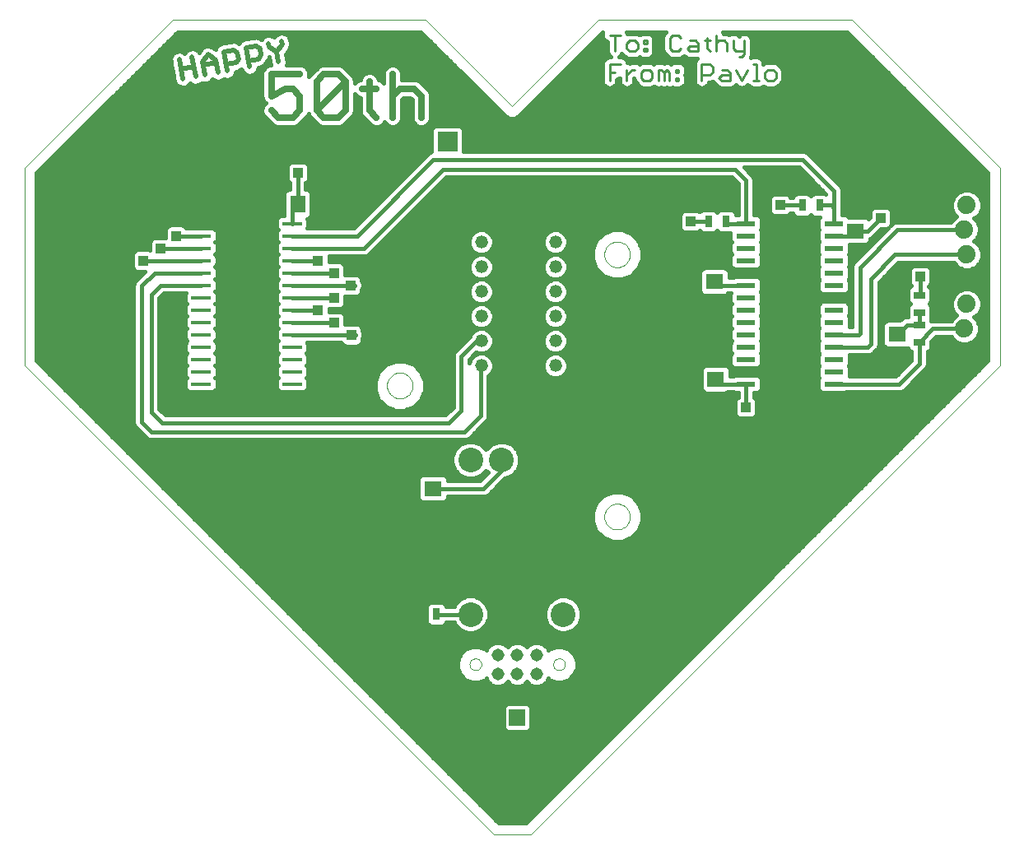
<source format=gtl>
G75*
G70*
%OFA0B0*%
%FSLAX24Y24*%
%IPPOS*%
%LPD*%
%AMOC8*
5,1,8,0,0,1.08239X$1,22.5*
%
%ADD10C,0.0000*%
%ADD11C,0.0200*%
%ADD12C,0.0260*%
%ADD13C,0.0100*%
%ADD14C,0.0520*%
%ADD15R,0.0800X0.0157*%
%ADD16R,0.0780X0.0220*%
%ADD17C,0.1000*%
%ADD18R,0.1000X0.1000*%
%ADD19R,0.0709X0.0630*%
%ADD20R,0.0315X0.0472*%
%ADD21R,0.0472X0.0315*%
%ADD22C,0.0650*%
%ADD23R,0.0650X0.0650*%
%ADD24C,0.0740*%
%ADD25R,0.0810X0.0810*%
%ADD26C,0.0810*%
%ADD27R,0.0630X0.0709*%
%ADD28C,0.0515*%
%ADD29C,0.0160*%
%ADD30R,0.0396X0.0396*%
D10*
X018708Y007578D02*
X018710Y007608D01*
X018716Y007638D01*
X018725Y007667D01*
X018738Y007694D01*
X018755Y007719D01*
X018774Y007742D01*
X018797Y007763D01*
X018822Y007780D01*
X018848Y007794D01*
X018877Y007804D01*
X018906Y007811D01*
X018936Y007814D01*
X018967Y007813D01*
X018997Y007808D01*
X019026Y007799D01*
X019053Y007787D01*
X019079Y007772D01*
X019103Y007753D01*
X019124Y007731D01*
X019142Y007707D01*
X019157Y007680D01*
X019168Y007652D01*
X019176Y007623D01*
X019180Y007593D01*
X019180Y007563D01*
X019176Y007533D01*
X019168Y007504D01*
X019157Y007476D01*
X019142Y007449D01*
X019124Y007425D01*
X019103Y007403D01*
X019079Y007384D01*
X019053Y007369D01*
X019026Y007357D01*
X018997Y007348D01*
X018967Y007343D01*
X018936Y007342D01*
X018906Y007345D01*
X018877Y007352D01*
X018848Y007362D01*
X018822Y007376D01*
X018797Y007393D01*
X018774Y007414D01*
X018755Y007437D01*
X018738Y007462D01*
X018725Y007489D01*
X018716Y007518D01*
X018710Y007548D01*
X018708Y007578D01*
X022094Y007578D02*
X022096Y007608D01*
X022102Y007638D01*
X022111Y007667D01*
X022124Y007694D01*
X022141Y007719D01*
X022160Y007742D01*
X022183Y007763D01*
X022208Y007780D01*
X022234Y007794D01*
X022263Y007804D01*
X022292Y007811D01*
X022322Y007814D01*
X022353Y007813D01*
X022383Y007808D01*
X022412Y007799D01*
X022439Y007787D01*
X022465Y007772D01*
X022489Y007753D01*
X022510Y007731D01*
X022528Y007707D01*
X022543Y007680D01*
X022554Y007652D01*
X022562Y007623D01*
X022566Y007593D01*
X022566Y007563D01*
X022562Y007533D01*
X022554Y007504D01*
X022543Y007476D01*
X022528Y007449D01*
X022510Y007425D01*
X022489Y007403D01*
X022465Y007384D01*
X022439Y007369D01*
X022412Y007357D01*
X022383Y007348D01*
X022353Y007343D01*
X022322Y007342D01*
X022292Y007345D01*
X022263Y007352D01*
X022234Y007362D01*
X022208Y007376D01*
X022183Y007393D01*
X022160Y007414D01*
X022141Y007437D01*
X022124Y007462D01*
X022111Y007489D01*
X022102Y007518D01*
X022096Y007548D01*
X022094Y007578D01*
X024160Y013560D02*
X024162Y013605D01*
X024168Y013650D01*
X024178Y013695D01*
X024191Y013738D01*
X024209Y013780D01*
X024230Y013820D01*
X024254Y013858D01*
X024282Y013894D01*
X024312Y013928D01*
X024346Y013958D01*
X024382Y013986D01*
X024420Y014010D01*
X024460Y014031D01*
X024502Y014049D01*
X024545Y014062D01*
X024590Y014072D01*
X024635Y014078D01*
X024680Y014080D01*
X024725Y014078D01*
X024770Y014072D01*
X024815Y014062D01*
X024858Y014049D01*
X024900Y014031D01*
X024940Y014010D01*
X024978Y013986D01*
X025014Y013958D01*
X025048Y013928D01*
X025078Y013894D01*
X025106Y013858D01*
X025130Y013820D01*
X025151Y013780D01*
X025169Y013738D01*
X025182Y013695D01*
X025192Y013650D01*
X025198Y013605D01*
X025200Y013560D01*
X025198Y013515D01*
X025192Y013470D01*
X025182Y013425D01*
X025169Y013382D01*
X025151Y013340D01*
X025130Y013300D01*
X025106Y013262D01*
X025078Y013226D01*
X025048Y013192D01*
X025014Y013162D01*
X024978Y013134D01*
X024940Y013110D01*
X024900Y013089D01*
X024858Y013071D01*
X024815Y013058D01*
X024770Y013048D01*
X024725Y013042D01*
X024680Y013040D01*
X024635Y013042D01*
X024590Y013048D01*
X024545Y013058D01*
X024502Y013071D01*
X024460Y013089D01*
X024420Y013110D01*
X024382Y013134D01*
X024346Y013162D01*
X024312Y013192D01*
X024282Y013226D01*
X024254Y013262D01*
X024230Y013300D01*
X024209Y013340D01*
X024191Y013382D01*
X024178Y013425D01*
X024168Y013470D01*
X024162Y013515D01*
X024160Y013560D01*
X015360Y018870D02*
X015362Y018915D01*
X015368Y018960D01*
X015378Y019005D01*
X015391Y019048D01*
X015409Y019090D01*
X015430Y019130D01*
X015454Y019168D01*
X015482Y019204D01*
X015512Y019238D01*
X015546Y019268D01*
X015582Y019296D01*
X015620Y019320D01*
X015660Y019341D01*
X015702Y019359D01*
X015745Y019372D01*
X015790Y019382D01*
X015835Y019388D01*
X015880Y019390D01*
X015925Y019388D01*
X015970Y019382D01*
X016015Y019372D01*
X016058Y019359D01*
X016100Y019341D01*
X016140Y019320D01*
X016178Y019296D01*
X016214Y019268D01*
X016248Y019238D01*
X016278Y019204D01*
X016306Y019168D01*
X016330Y019130D01*
X016351Y019090D01*
X016369Y019048D01*
X016382Y019005D01*
X016392Y018960D01*
X016398Y018915D01*
X016400Y018870D01*
X016398Y018825D01*
X016392Y018780D01*
X016382Y018735D01*
X016369Y018692D01*
X016351Y018650D01*
X016330Y018610D01*
X016306Y018572D01*
X016278Y018536D01*
X016248Y018502D01*
X016214Y018472D01*
X016178Y018444D01*
X016140Y018420D01*
X016100Y018399D01*
X016058Y018381D01*
X016015Y018368D01*
X015970Y018358D01*
X015925Y018352D01*
X015880Y018350D01*
X015835Y018352D01*
X015790Y018358D01*
X015745Y018368D01*
X015702Y018381D01*
X015660Y018399D01*
X015620Y018420D01*
X015582Y018444D01*
X015546Y018472D01*
X015512Y018502D01*
X015482Y018536D01*
X015454Y018572D01*
X015430Y018610D01*
X015409Y018650D01*
X015391Y018692D01*
X015378Y018735D01*
X015368Y018780D01*
X015362Y018825D01*
X015360Y018870D01*
X024160Y024180D02*
X024162Y024225D01*
X024168Y024270D01*
X024178Y024315D01*
X024191Y024358D01*
X024209Y024400D01*
X024230Y024440D01*
X024254Y024478D01*
X024282Y024514D01*
X024312Y024548D01*
X024346Y024578D01*
X024382Y024606D01*
X024420Y024630D01*
X024460Y024651D01*
X024502Y024669D01*
X024545Y024682D01*
X024590Y024692D01*
X024635Y024698D01*
X024680Y024700D01*
X024725Y024698D01*
X024770Y024692D01*
X024815Y024682D01*
X024858Y024669D01*
X024900Y024651D01*
X024940Y024630D01*
X024978Y024606D01*
X025014Y024578D01*
X025048Y024548D01*
X025078Y024514D01*
X025106Y024478D01*
X025130Y024440D01*
X025151Y024400D01*
X025169Y024358D01*
X025182Y024315D01*
X025192Y024270D01*
X025198Y024225D01*
X025200Y024180D01*
X025198Y024135D01*
X025192Y024090D01*
X025182Y024045D01*
X025169Y024002D01*
X025151Y023960D01*
X025130Y023920D01*
X025106Y023882D01*
X025078Y023846D01*
X025048Y023812D01*
X025014Y023782D01*
X024978Y023754D01*
X024940Y023730D01*
X024900Y023709D01*
X024858Y023691D01*
X024815Y023678D01*
X024770Y023668D01*
X024725Y023662D01*
X024680Y023660D01*
X024635Y023662D01*
X024590Y023668D01*
X024545Y023678D01*
X024502Y023691D01*
X024460Y023709D01*
X024420Y023730D01*
X024382Y023754D01*
X024346Y023782D01*
X024312Y023812D01*
X024282Y023846D01*
X024254Y023882D01*
X024230Y023920D01*
X024209Y023960D01*
X024191Y024002D01*
X024178Y024045D01*
X024168Y024090D01*
X024162Y024135D01*
X024160Y024180D01*
X020430Y030180D02*
X023930Y033680D01*
X034180Y033680D01*
X040180Y027680D01*
X040180Y019680D01*
X021180Y000680D01*
X019680Y000680D01*
X000680Y019680D01*
X000680Y027680D01*
X006680Y033680D01*
X016930Y033680D01*
X020430Y030180D01*
D11*
X011121Y032681D02*
X011098Y032813D01*
X011121Y032681D02*
X010904Y032372D01*
X010974Y031978D01*
X010904Y032372D02*
X010595Y032589D01*
X010572Y032720D01*
X010214Y032521D02*
X010260Y032259D01*
X010152Y032104D01*
X009758Y032034D01*
X009804Y031772D02*
X009665Y032560D01*
X010060Y032630D01*
X010214Y032521D01*
X009307Y032361D02*
X009354Y032099D01*
X009245Y031944D01*
X008851Y031875D01*
X008898Y031612D02*
X008759Y032400D01*
X009153Y032470D01*
X009307Y032361D01*
X008424Y032070D02*
X008516Y031544D01*
X008447Y031939D02*
X007921Y031846D01*
X007898Y031977D02*
X007991Y031452D01*
X007610Y031385D02*
X007471Y032173D01*
X007540Y031779D02*
X007014Y031686D01*
X006945Y032080D02*
X007084Y031292D01*
X007898Y031977D02*
X008115Y032287D01*
X008424Y032070D01*
D12*
X010676Y031473D02*
X010676Y030602D01*
X011257Y030892D01*
X011547Y030892D01*
X011837Y030602D01*
X011837Y030022D01*
X011547Y029731D01*
X010966Y029731D01*
X010676Y030022D01*
X010676Y031473D02*
X011837Y031473D01*
X012518Y031183D02*
X012808Y031473D01*
X013388Y031473D01*
X013679Y031183D01*
X012518Y030022D01*
X012808Y029731D01*
X013388Y029731D01*
X013679Y030022D01*
X013679Y031183D01*
X014359Y030892D02*
X014940Y030892D01*
X014650Y031183D02*
X014650Y030022D01*
X014940Y029731D01*
X015587Y029731D02*
X015587Y031473D01*
X015877Y030892D02*
X016458Y030892D01*
X016748Y030602D01*
X016748Y029731D01*
X015587Y030602D02*
X015877Y030892D01*
X012518Y031183D02*
X012518Y030022D01*
D13*
X024376Y031226D02*
X024376Y031887D01*
X024816Y031887D01*
X025075Y031666D02*
X025075Y031226D01*
X025075Y031446D02*
X025296Y031666D01*
X025406Y031666D01*
X025659Y031556D02*
X025659Y031336D01*
X025769Y031226D01*
X025989Y031226D01*
X026099Y031336D01*
X026099Y031556D01*
X025989Y031666D01*
X025769Y031666D01*
X025659Y031556D01*
X026358Y031666D02*
X026358Y031226D01*
X026579Y031226D02*
X026579Y031556D01*
X026689Y031666D01*
X026799Y031556D01*
X026799Y031226D01*
X027058Y031226D02*
X027058Y031336D01*
X027168Y031336D01*
X027168Y031226D01*
X027058Y031226D01*
X027058Y031556D02*
X027058Y031666D01*
X027168Y031666D01*
X027168Y031556D01*
X027058Y031556D01*
X026579Y031556D02*
X026469Y031666D01*
X026358Y031666D01*
X025885Y032407D02*
X025775Y032407D01*
X025775Y032517D01*
X025885Y032517D01*
X025885Y032407D01*
X025885Y032737D02*
X025775Y032737D01*
X025775Y032848D01*
X025885Y032848D01*
X025885Y032737D01*
X025516Y032737D02*
X025516Y032517D01*
X025406Y032407D01*
X025186Y032407D01*
X025075Y032517D01*
X025075Y032737D01*
X025186Y032848D01*
X025406Y032848D01*
X025516Y032737D01*
X024816Y033068D02*
X024376Y033068D01*
X024596Y033068D02*
X024596Y032407D01*
X024596Y031556D02*
X024376Y031556D01*
X026825Y032517D02*
X026935Y032407D01*
X027155Y032407D01*
X027265Y032517D01*
X027525Y032517D02*
X027635Y032627D01*
X027965Y032627D01*
X027965Y032737D02*
X027965Y032407D01*
X027635Y032407D01*
X027525Y032517D01*
X027635Y032848D02*
X027855Y032848D01*
X027965Y032737D01*
X028225Y032848D02*
X028445Y032848D01*
X028335Y032958D02*
X028335Y032517D01*
X028445Y032407D01*
X028691Y032407D02*
X028691Y033068D01*
X028801Y032848D02*
X029021Y032848D01*
X029131Y032737D01*
X029131Y032407D01*
X029391Y032517D02*
X029501Y032407D01*
X029831Y032407D01*
X029831Y032297D02*
X029721Y032187D01*
X029611Y032187D01*
X029831Y032297D02*
X029831Y032848D01*
X029391Y032848D02*
X029391Y032517D01*
X028801Y032848D02*
X028691Y032737D01*
X028438Y031887D02*
X028108Y031887D01*
X028108Y031226D01*
X028108Y031446D02*
X028438Y031446D01*
X028548Y031556D01*
X028548Y031777D01*
X028438Y031887D01*
X028918Y031666D02*
X029138Y031666D01*
X029248Y031556D01*
X029248Y031226D01*
X028918Y031226D01*
X028808Y031336D01*
X028918Y031446D01*
X029248Y031446D01*
X029508Y031666D02*
X029728Y031226D01*
X029948Y031666D01*
X030207Y031887D02*
X030317Y031887D01*
X030317Y031226D01*
X030207Y031226D02*
X030427Y031226D01*
X030674Y031336D02*
X030784Y031226D01*
X031004Y031226D01*
X031114Y031336D01*
X031114Y031556D01*
X031004Y031666D01*
X030784Y031666D01*
X030674Y031556D01*
X030674Y031336D01*
X027265Y032958D02*
X027155Y033068D01*
X026935Y033068D01*
X026825Y032958D01*
X026825Y032517D01*
D14*
X022180Y024680D03*
X022180Y023680D03*
X022180Y022680D03*
X022180Y021680D03*
X022180Y020680D03*
X022180Y019680D03*
X019180Y019680D03*
X019180Y020680D03*
X019180Y021680D03*
X019180Y022680D03*
X019180Y023680D03*
X019180Y024680D03*
D15*
X011521Y024430D03*
X011521Y024930D03*
X011521Y025430D03*
X011521Y023930D03*
X011521Y023430D03*
X011521Y022930D03*
X011521Y022430D03*
X011521Y021930D03*
X011521Y021430D03*
X011521Y020930D03*
X011521Y020430D03*
X011521Y019930D03*
X011521Y019430D03*
X011521Y018930D03*
X007839Y018930D03*
X007839Y019430D03*
X007839Y019930D03*
X007839Y020430D03*
X007839Y020930D03*
X007839Y021430D03*
X007839Y021930D03*
X007839Y022430D03*
X007839Y022930D03*
X007839Y023430D03*
X007839Y023930D03*
X007839Y024430D03*
X007839Y024930D03*
X007839Y025430D03*
D16*
X029900Y025430D03*
X029900Y024930D03*
X029900Y024430D03*
X029900Y023930D03*
X029900Y023430D03*
X029900Y022930D03*
X029900Y022430D03*
X029900Y021930D03*
X029900Y021430D03*
X029900Y020930D03*
X029900Y020430D03*
X029900Y019930D03*
X029900Y019430D03*
X029900Y018930D03*
X033460Y018930D03*
X033460Y019430D03*
X033460Y019930D03*
X033460Y020430D03*
X033460Y020930D03*
X033460Y021430D03*
X033460Y021930D03*
X033460Y022430D03*
X033460Y022930D03*
X033460Y023430D03*
X033460Y023930D03*
X033460Y024430D03*
X033460Y024930D03*
X033460Y025430D03*
D17*
X019995Y015853D03*
X018745Y015853D03*
X018745Y009603D03*
X022495Y009603D03*
D18*
X022495Y015853D03*
D19*
X017219Y015802D03*
X017219Y014700D03*
X028672Y019125D03*
X028672Y020227D03*
X028633Y023086D03*
X028633Y024188D03*
X034337Y025129D03*
X034337Y026231D03*
X036032Y022054D03*
X036032Y020952D03*
D20*
X032885Y026172D03*
X032176Y026172D03*
X029089Y025523D03*
X028381Y025523D03*
X017361Y009605D03*
X016652Y009605D03*
D21*
X036920Y020625D03*
X036920Y021334D03*
X036930Y021826D03*
X036930Y022534D03*
D22*
X020641Y004428D03*
D23*
X020641Y005428D03*
D24*
X038736Y021180D03*
X038836Y022180D03*
X038736Y023180D03*
X038836Y024180D03*
X038736Y025180D03*
X038836Y026180D03*
D25*
X017814Y028747D03*
D26*
X022814Y028747D03*
D27*
X011751Y026215D03*
X010649Y026215D03*
D28*
X019849Y007971D03*
X020637Y007971D03*
X021424Y007971D03*
X021424Y007184D03*
X020637Y007184D03*
X019849Y007184D03*
D29*
X016964Y009824D02*
X011215Y009824D01*
X011373Y009666D02*
X016964Y009666D01*
X016964Y009507D02*
X011532Y009507D01*
X011690Y009349D02*
X016964Y009349D01*
X016964Y009321D02*
X017000Y009233D01*
X017068Y009166D01*
X017156Y009129D01*
X017566Y009129D01*
X017655Y009166D01*
X017722Y009233D01*
X017743Y009283D01*
X018077Y009283D01*
X018118Y009184D01*
X018326Y008976D01*
X018598Y008863D01*
X018892Y008863D01*
X019164Y008976D01*
X019372Y009184D01*
X019485Y009456D01*
X019485Y009750D01*
X019372Y010022D01*
X019164Y010231D01*
X018892Y010343D01*
X018598Y010343D01*
X018326Y010231D01*
X018118Y010022D01*
X018077Y009923D01*
X017744Y009923D01*
X017722Y009977D01*
X017655Y010045D01*
X017566Y010081D01*
X017156Y010081D01*
X017068Y010045D01*
X017000Y009977D01*
X016964Y009889D01*
X016964Y009321D01*
X017043Y009190D02*
X011849Y009190D01*
X012007Y009032D02*
X018270Y009032D01*
X018115Y009190D02*
X017679Y009190D01*
X017363Y009603D02*
X017361Y009605D01*
X017363Y009603D02*
X018745Y009603D01*
X019254Y010141D02*
X021986Y010141D01*
X022076Y010231D02*
X021868Y010022D01*
X021755Y009750D01*
X021755Y009456D01*
X021868Y009184D01*
X022076Y008976D01*
X022348Y008863D01*
X022642Y008863D01*
X022914Y008976D01*
X023122Y009184D01*
X023235Y009456D01*
X023235Y009750D01*
X023122Y010022D01*
X022914Y010231D01*
X022642Y010343D01*
X022348Y010343D01*
X022076Y010231D01*
X022242Y010300D02*
X018998Y010300D01*
X019389Y009983D02*
X021851Y009983D01*
X021785Y009824D02*
X019454Y009824D01*
X019485Y009666D02*
X021755Y009666D01*
X021755Y009507D02*
X019485Y009507D01*
X019440Y009349D02*
X021799Y009349D01*
X021865Y009190D02*
X019375Y009190D01*
X019220Y009032D02*
X022020Y009032D01*
X022324Y008873D02*
X018916Y008873D01*
X018574Y008873D02*
X012166Y008873D01*
X012324Y008715D02*
X028536Y008715D01*
X028694Y008873D02*
X022666Y008873D01*
X022970Y009032D02*
X028853Y009032D01*
X029011Y009190D02*
X023125Y009190D01*
X023190Y009349D02*
X029170Y009349D01*
X029328Y009507D02*
X023235Y009507D01*
X023235Y009666D02*
X029487Y009666D01*
X029645Y009824D02*
X023204Y009824D01*
X023139Y009983D02*
X029804Y009983D01*
X029962Y010141D02*
X023004Y010141D01*
X022748Y010300D02*
X030121Y010300D01*
X030279Y010458D02*
X010581Y010458D01*
X010739Y010300D02*
X018492Y010300D01*
X018236Y010141D02*
X010898Y010141D01*
X011056Y009983D02*
X017005Y009983D01*
X017717Y009983D02*
X018101Y009983D01*
X018801Y008294D02*
X018538Y008185D01*
X018337Y007983D01*
X018228Y007720D01*
X018228Y007435D01*
X018337Y007172D01*
X018538Y006970D01*
X018801Y006861D01*
X019086Y006861D01*
X019349Y006970D01*
X019385Y007006D01*
X019428Y006902D01*
X019567Y006762D01*
X019750Y006686D01*
X019948Y006686D01*
X020131Y006762D01*
X020243Y006874D01*
X020355Y006762D01*
X020538Y006686D01*
X020736Y006686D01*
X020918Y006762D01*
X021030Y006874D01*
X021142Y006762D01*
X021325Y006686D01*
X021523Y006686D01*
X021706Y006762D01*
X021846Y006902D01*
X021889Y007006D01*
X021924Y006970D01*
X022187Y006861D01*
X022472Y006861D01*
X022735Y006970D01*
X022937Y007172D01*
X023046Y007435D01*
X023046Y007720D01*
X022937Y007983D01*
X022735Y008185D01*
X022472Y008294D01*
X022187Y008294D01*
X021924Y008185D01*
X021889Y008150D01*
X021846Y008253D01*
X021706Y008393D01*
X021523Y008469D01*
X021325Y008469D01*
X021142Y008393D01*
X021030Y008281D01*
X020918Y008393D01*
X020736Y008469D01*
X020538Y008469D01*
X020355Y008393D01*
X020243Y008281D01*
X020131Y008393D01*
X019948Y008469D01*
X019750Y008469D01*
X019567Y008393D01*
X019428Y008253D01*
X019385Y008150D01*
X019349Y008185D01*
X019086Y008294D01*
X018801Y008294D01*
X018669Y008239D02*
X012800Y008239D01*
X012958Y008081D02*
X018434Y008081D01*
X018311Y007922D02*
X013117Y007922D01*
X013275Y007764D02*
X018246Y007764D01*
X018228Y007605D02*
X013434Y007605D01*
X013592Y007447D02*
X018228Y007447D01*
X018289Y007288D02*
X013751Y007288D01*
X013909Y007130D02*
X018379Y007130D01*
X018538Y006971D02*
X014068Y006971D01*
X014226Y006813D02*
X019517Y006813D01*
X019399Y006971D02*
X019350Y006971D01*
X020181Y006813D02*
X020305Y006813D01*
X020969Y006813D02*
X021092Y006813D01*
X021756Y006813D02*
X026634Y006813D01*
X026792Y006971D02*
X022736Y006971D01*
X022894Y007130D02*
X026951Y007130D01*
X027109Y007288D02*
X022985Y007288D01*
X023046Y007447D02*
X027268Y007447D01*
X027426Y007605D02*
X023046Y007605D01*
X023028Y007764D02*
X027585Y007764D01*
X027743Y007922D02*
X022962Y007922D01*
X022840Y008081D02*
X027902Y008081D01*
X028060Y008239D02*
X022604Y008239D01*
X022055Y008239D02*
X021852Y008239D01*
X021695Y008398D02*
X028219Y008398D01*
X028377Y008556D02*
X012483Y008556D01*
X012641Y008398D02*
X019578Y008398D01*
X019422Y008239D02*
X019219Y008239D01*
X020120Y008398D02*
X020366Y008398D01*
X020908Y008398D02*
X021153Y008398D01*
X021874Y006971D02*
X021923Y006971D01*
X021102Y005956D02*
X021013Y005993D01*
X020268Y005993D01*
X020180Y005956D01*
X020112Y005889D01*
X020076Y005801D01*
X020076Y005055D01*
X020112Y004967D01*
X020180Y004900D01*
X020268Y004863D01*
X021013Y004863D01*
X021102Y004900D01*
X021169Y004967D01*
X021206Y005055D01*
X021206Y005801D01*
X021169Y005889D01*
X021102Y005956D01*
X021180Y005862D02*
X025683Y005862D01*
X025841Y006020D02*
X015019Y006020D01*
X015177Y005862D02*
X020101Y005862D01*
X020076Y005703D02*
X015336Y005703D01*
X015494Y005545D02*
X020076Y005545D01*
X020076Y005386D02*
X015653Y005386D01*
X015811Y005228D02*
X020076Y005228D01*
X020076Y005069D02*
X015970Y005069D01*
X016128Y004911D02*
X020169Y004911D01*
X021113Y004911D02*
X024732Y004911D01*
X024890Y005069D02*
X021206Y005069D01*
X021206Y005228D02*
X025049Y005228D01*
X025207Y005386D02*
X021206Y005386D01*
X021206Y005545D02*
X025366Y005545D01*
X025524Y005703D02*
X021206Y005703D01*
X023305Y003484D02*
X017555Y003484D01*
X017713Y003326D02*
X023147Y003326D01*
X022988Y003167D02*
X017872Y003167D01*
X018030Y003009D02*
X022830Y003009D01*
X022671Y002850D02*
X018189Y002850D01*
X018347Y002692D02*
X022513Y002692D01*
X022354Y002533D02*
X018506Y002533D01*
X018664Y002375D02*
X022196Y002375D01*
X022037Y002216D02*
X018823Y002216D01*
X018981Y002058D02*
X021879Y002058D01*
X021720Y001899D02*
X019140Y001899D01*
X019298Y001741D02*
X021562Y001741D01*
X021403Y001582D02*
X019457Y001582D01*
X019615Y001424D02*
X021245Y001424D01*
X021086Y001265D02*
X019774Y001265D01*
X019879Y001160D02*
X001160Y019879D01*
X001160Y027481D01*
X006879Y033200D01*
X016731Y033200D01*
X020023Y029908D01*
X020158Y029773D01*
X020335Y029700D01*
X020525Y029700D01*
X020702Y029773D01*
X024108Y033179D01*
X024086Y033125D01*
X024086Y033010D01*
X024130Y032903D01*
X024211Y032822D01*
X024306Y032783D01*
X024306Y032349D01*
X024350Y032243D01*
X024416Y032177D01*
X024318Y032177D01*
X024211Y032132D01*
X024130Y032051D01*
X024086Y031944D01*
X024086Y031168D01*
X024130Y031062D01*
X024211Y030980D01*
X024318Y030936D01*
X024433Y030936D01*
X024540Y030980D01*
X024622Y031062D01*
X024666Y031168D01*
X024666Y031271D01*
X024760Y031310D01*
X024785Y031336D01*
X024785Y031168D01*
X024830Y031062D01*
X024911Y030980D01*
X025018Y030936D01*
X025133Y030936D01*
X025240Y030980D01*
X025321Y031062D01*
X025365Y031168D01*
X025365Y031326D01*
X025369Y031329D01*
X025369Y031278D01*
X025413Y031172D01*
X025604Y030980D01*
X025711Y030936D01*
X026047Y030936D01*
X026153Y030980D01*
X026174Y031001D01*
X026194Y030980D01*
X026301Y030936D01*
X026416Y030936D01*
X026469Y030958D01*
X026521Y030936D01*
X026636Y030936D01*
X026689Y030958D01*
X026741Y030936D01*
X026856Y030936D01*
X026929Y030966D01*
X027001Y030936D01*
X027226Y030936D01*
X027333Y030980D01*
X027414Y031062D01*
X027458Y031168D01*
X027458Y031394D01*
X027437Y031446D01*
X027458Y031499D01*
X027458Y031724D01*
X027414Y031831D01*
X027333Y031912D01*
X027226Y031956D01*
X027001Y031956D01*
X026894Y031912D01*
X026873Y031892D01*
X026853Y031912D01*
X026789Y031939D01*
X026746Y031956D01*
X026631Y031956D01*
X026579Y031935D01*
X026526Y031956D01*
X026301Y031956D01*
X026194Y031912D01*
X026174Y031892D01*
X026153Y031912D01*
X026047Y031956D01*
X025711Y031956D01*
X025604Y031912D01*
X025587Y031895D01*
X025570Y031912D01*
X025463Y031956D01*
X025238Y031956D01*
X025186Y031935D01*
X025133Y031956D01*
X025101Y031956D01*
X025062Y032051D01*
X024980Y032132D01*
X024874Y032177D01*
X024775Y032177D01*
X024842Y032243D01*
X024870Y032312D01*
X025021Y032161D01*
X025128Y032117D01*
X025463Y032117D01*
X025570Y032161D01*
X025591Y032182D01*
X025611Y032161D01*
X025718Y032117D01*
X025943Y032117D01*
X026050Y032161D01*
X026131Y032243D01*
X026175Y032349D01*
X026175Y032575D01*
X026154Y032627D01*
X026175Y032680D01*
X026175Y032905D01*
X026131Y033012D01*
X026050Y033093D01*
X025943Y033138D01*
X025718Y033138D01*
X025611Y033093D01*
X025591Y033073D01*
X025570Y033093D01*
X025463Y033138D01*
X025128Y033138D01*
X025105Y033128D01*
X025075Y033200D01*
X026657Y033200D01*
X026579Y033122D01*
X026535Y033015D01*
X026535Y032460D01*
X026579Y032353D01*
X026689Y032243D01*
X026771Y032161D01*
X026877Y032117D01*
X027213Y032117D01*
X027320Y032161D01*
X027395Y032237D01*
X027471Y032161D01*
X027577Y032117D01*
X027928Y032117D01*
X027862Y032051D01*
X027818Y031944D01*
X027818Y031168D01*
X027862Y031062D01*
X027944Y030980D01*
X028050Y030936D01*
X028166Y030936D01*
X028272Y030980D01*
X028354Y031062D01*
X028393Y031156D01*
X028496Y031156D01*
X028539Y031174D01*
X028558Y031182D01*
X028562Y031172D01*
X028643Y031090D01*
X028643Y031090D01*
X028754Y030980D01*
X028860Y030936D01*
X029306Y030936D01*
X029412Y030980D01*
X029488Y031056D01*
X029494Y031045D01*
X029522Y031020D01*
X029546Y030992D01*
X029565Y030983D01*
X029581Y030969D01*
X029616Y030957D01*
X029650Y030941D01*
X029671Y030939D01*
X029691Y030933D01*
X029728Y030935D01*
X029765Y030933D01*
X029785Y030939D01*
X029806Y030941D01*
X029839Y030957D01*
X029874Y030969D01*
X029890Y030983D01*
X029909Y030992D01*
X029933Y031020D01*
X029961Y031045D01*
X029967Y031056D01*
X030043Y030980D01*
X030150Y030936D01*
X030485Y030936D01*
X030592Y030980D01*
X030606Y030994D01*
X030620Y030980D01*
X030726Y030936D01*
X031062Y030936D01*
X031168Y030980D01*
X031278Y031090D01*
X031360Y031172D01*
X031404Y031278D01*
X031404Y031614D01*
X031360Y031721D01*
X031250Y031831D01*
X031168Y031912D01*
X031062Y031956D01*
X030726Y031956D01*
X030620Y031912D01*
X030607Y031900D01*
X030607Y031944D01*
X030563Y032051D01*
X030482Y032132D01*
X030375Y032177D01*
X030150Y032177D01*
X030084Y032149D01*
X030121Y032239D01*
X030121Y032905D01*
X030077Y033012D01*
X029996Y033093D01*
X029889Y033138D01*
X029774Y033138D01*
X029667Y033093D01*
X029611Y033037D01*
X029555Y033093D01*
X029449Y033138D01*
X029333Y033138D01*
X029227Y033093D01*
X029206Y033073D01*
X029186Y033093D01*
X029079Y033138D01*
X028976Y033138D01*
X028950Y033200D01*
X033981Y033200D01*
X039700Y027481D01*
X039700Y019879D01*
X020981Y001160D01*
X019879Y001160D01*
X017396Y003643D02*
X023464Y003643D01*
X023622Y003801D02*
X017238Y003801D01*
X017079Y003960D02*
X023781Y003960D01*
X023939Y004118D02*
X016921Y004118D01*
X016762Y004277D02*
X024098Y004277D01*
X024256Y004435D02*
X016604Y004435D01*
X016445Y004594D02*
X024415Y004594D01*
X024573Y004752D02*
X016287Y004752D01*
X014860Y006179D02*
X026000Y006179D01*
X026158Y006337D02*
X014702Y006337D01*
X014543Y006496D02*
X026317Y006496D01*
X026475Y006654D02*
X014385Y006654D01*
X010422Y010617D02*
X030438Y010617D01*
X030596Y010775D02*
X010264Y010775D01*
X010105Y010934D02*
X030755Y010934D01*
X030913Y011092D02*
X009947Y011092D01*
X009788Y011251D02*
X031072Y011251D01*
X031230Y011409D02*
X009630Y011409D01*
X009471Y011568D02*
X031389Y011568D01*
X031547Y011726D02*
X009313Y011726D01*
X009154Y011885D02*
X031706Y011885D01*
X031864Y012043D02*
X008996Y012043D01*
X008837Y012202D02*
X032023Y012202D01*
X032181Y012360D02*
X008679Y012360D01*
X008520Y012519D02*
X032340Y012519D01*
X032498Y012677D02*
X025161Y012677D01*
X025246Y012712D02*
X025528Y012994D01*
X032815Y012994D01*
X032657Y012836D02*
X025370Y012836D01*
X025246Y012712D02*
X024879Y012560D01*
X024481Y012560D01*
X024114Y012712D01*
X023832Y012994D01*
X008045Y012994D01*
X008203Y012836D02*
X023990Y012836D01*
X023832Y012994D02*
X023680Y013361D01*
X023680Y013759D01*
X023832Y014126D01*
X024114Y014408D01*
X024481Y014560D01*
X024879Y014560D01*
X025246Y014408D01*
X025528Y014126D01*
X025680Y013759D01*
X025680Y013361D01*
X025528Y012994D01*
X025594Y013153D02*
X032974Y013153D01*
X033132Y013311D02*
X025659Y013311D01*
X025680Y013470D02*
X033291Y013470D01*
X033449Y013628D02*
X025680Y013628D01*
X025669Y013787D02*
X033608Y013787D01*
X033766Y013945D02*
X025603Y013945D01*
X025537Y014104D02*
X033925Y014104D01*
X034083Y014262D02*
X025392Y014262D01*
X025216Y014421D02*
X034242Y014421D01*
X034400Y014579D02*
X019598Y014579D01*
X019448Y014428D02*
X020133Y015113D01*
X020142Y015113D01*
X020414Y015226D01*
X020622Y015434D01*
X020735Y015706D01*
X020735Y016000D01*
X020622Y016272D01*
X020414Y016481D01*
X020142Y016593D01*
X019848Y016593D01*
X019576Y016481D01*
X019370Y016275D01*
X019164Y016481D01*
X018892Y016593D01*
X018598Y016593D01*
X018326Y016481D01*
X018118Y016272D01*
X018005Y016000D01*
X018005Y015706D01*
X018118Y015434D01*
X018326Y015226D01*
X018598Y015113D01*
X018892Y015113D01*
X019164Y015226D01*
X019370Y015432D01*
X019458Y015344D01*
X019134Y015020D01*
X017814Y015020D01*
X017814Y015062D01*
X017777Y015151D01*
X017710Y015218D01*
X017621Y015255D01*
X016817Y015255D01*
X016729Y015218D01*
X016662Y015151D01*
X016625Y015062D01*
X016625Y014337D01*
X016662Y014249D01*
X016729Y014181D01*
X016817Y014145D01*
X017621Y014145D01*
X017710Y014181D01*
X017777Y014249D01*
X017814Y014337D01*
X017814Y014380D01*
X019330Y014380D01*
X019448Y014428D01*
X019429Y014421D02*
X024144Y014421D01*
X023968Y014262D02*
X017783Y014262D01*
X017219Y014700D02*
X019267Y014700D01*
X019995Y015428D01*
X019995Y015853D01*
X019418Y016323D02*
X019322Y016323D01*
X019163Y016481D02*
X019577Y016481D01*
X019064Y017115D02*
X036936Y017115D01*
X036778Y016957D02*
X018905Y016957D01*
X018747Y016798D02*
X036619Y016798D01*
X036461Y016640D02*
X004399Y016640D01*
X004241Y016798D02*
X005574Y016798D01*
X005550Y016822D02*
X005640Y016732D01*
X005758Y016683D01*
X018563Y016683D01*
X018680Y016732D01*
X019334Y017385D01*
X019424Y017475D01*
X019472Y017593D01*
X019472Y019265D01*
X019604Y019397D01*
X019680Y019581D01*
X019680Y019779D01*
X019604Y019963D01*
X019463Y020104D01*
X019279Y020180D01*
X019463Y020256D01*
X019604Y020397D01*
X019680Y020581D01*
X019680Y020779D01*
X019604Y020963D01*
X019463Y021104D01*
X019279Y021180D01*
X019081Y021180D01*
X018897Y021104D01*
X018756Y020963D01*
X018718Y020871D01*
X018184Y020337D01*
X018094Y020247D01*
X018045Y020129D01*
X018045Y017994D01*
X017732Y017681D01*
X006379Y017681D01*
X006142Y017919D01*
X006142Y022414D01*
X006340Y022612D01*
X007222Y022612D01*
X007199Y022556D01*
X007199Y022304D01*
X007236Y022215D01*
X007271Y022180D01*
X007236Y022145D01*
X007199Y022056D01*
X007199Y021804D01*
X007236Y021715D01*
X007271Y021680D01*
X007236Y021645D01*
X007199Y021556D01*
X007199Y021304D01*
X007236Y021215D01*
X007271Y021180D01*
X007236Y021145D01*
X007199Y021056D01*
X007199Y020804D01*
X007236Y020715D01*
X007271Y020680D01*
X007236Y020645D01*
X007199Y020556D01*
X007199Y020304D01*
X007236Y020215D01*
X007271Y020180D01*
X007236Y020145D01*
X007199Y020056D01*
X007199Y019804D01*
X007236Y019715D01*
X007271Y019680D01*
X007236Y019645D01*
X007199Y019556D01*
X007199Y019304D01*
X007236Y019215D01*
X007271Y019180D01*
X007236Y019145D01*
X007199Y019056D01*
X007199Y018804D01*
X007236Y018715D01*
X007303Y018648D01*
X007392Y018611D01*
X008287Y018611D01*
X008375Y018648D01*
X008443Y018715D01*
X008479Y018804D01*
X008479Y019056D01*
X008443Y019145D01*
X008408Y019180D01*
X008443Y019215D01*
X008479Y019304D01*
X008479Y019556D01*
X008443Y019645D01*
X008408Y019680D01*
X008443Y019715D01*
X008479Y019804D01*
X008479Y020056D01*
X008443Y020145D01*
X008408Y020180D01*
X008443Y020215D01*
X008479Y020304D01*
X008479Y020556D01*
X008443Y020645D01*
X008408Y020680D01*
X008443Y020715D01*
X008479Y020804D01*
X008479Y021056D01*
X008443Y021145D01*
X008408Y021180D01*
X008443Y021215D01*
X008479Y021304D01*
X008479Y021556D01*
X008443Y021645D01*
X008408Y021680D01*
X008443Y021715D01*
X008479Y021804D01*
X008479Y022056D01*
X008443Y022145D01*
X008408Y022180D01*
X008443Y022215D01*
X008479Y022304D01*
X008479Y022556D01*
X008443Y022645D01*
X008408Y022680D01*
X008443Y022715D01*
X008479Y022804D01*
X008479Y023056D01*
X008443Y023145D01*
X008408Y023180D01*
X008443Y023215D01*
X008479Y023304D01*
X008479Y023556D01*
X008443Y023645D01*
X008408Y023680D01*
X008443Y023715D01*
X008479Y023804D01*
X008479Y024056D01*
X008443Y024145D01*
X008408Y024180D01*
X008443Y024215D01*
X008479Y024304D01*
X008479Y024556D01*
X008443Y024645D01*
X008408Y024680D01*
X008443Y024715D01*
X008479Y024804D01*
X008479Y025056D01*
X008443Y025145D01*
X008375Y025212D01*
X008287Y025249D01*
X007906Y025249D01*
X007903Y025250D01*
X007236Y025250D01*
X007227Y025270D01*
X007160Y025337D01*
X007072Y025374D01*
X006580Y025374D01*
X006492Y025337D01*
X006424Y025270D01*
X006388Y025182D01*
X006388Y024870D01*
X005962Y024870D01*
X005873Y024834D01*
X005806Y024766D01*
X005769Y024678D01*
X005769Y024359D01*
X005733Y024374D01*
X005241Y024374D01*
X005153Y024337D01*
X005086Y024270D01*
X005049Y024182D01*
X005049Y023690D01*
X005086Y023602D01*
X005153Y023534D01*
X005241Y023498D01*
X005565Y023498D01*
X005247Y023180D01*
X005157Y023090D01*
X005108Y022972D01*
X005108Y017333D01*
X005157Y017215D01*
X005550Y016822D01*
X005415Y016957D02*
X004082Y016957D01*
X003924Y017115D02*
X005257Y017115D01*
X005133Y017274D02*
X003765Y017274D01*
X003607Y017432D02*
X005108Y017432D01*
X005108Y017591D02*
X003448Y017591D01*
X003290Y017749D02*
X005108Y017749D01*
X005108Y017908D02*
X003131Y017908D01*
X002973Y018066D02*
X005108Y018066D01*
X005108Y018225D02*
X002814Y018225D01*
X002656Y018383D02*
X005108Y018383D01*
X005108Y018542D02*
X002497Y018542D01*
X002339Y018700D02*
X005108Y018700D01*
X005108Y018859D02*
X002180Y018859D01*
X002022Y019017D02*
X005108Y019017D01*
X005108Y019176D02*
X001863Y019176D01*
X001705Y019334D02*
X005108Y019334D01*
X005108Y019493D02*
X001546Y019493D01*
X001388Y019651D02*
X005108Y019651D01*
X005108Y019810D02*
X001229Y019810D01*
X001160Y019968D02*
X005108Y019968D01*
X005108Y020127D02*
X001160Y020127D01*
X001160Y020285D02*
X005108Y020285D01*
X005108Y020444D02*
X001160Y020444D01*
X001160Y020602D02*
X005108Y020602D01*
X005108Y020761D02*
X001160Y020761D01*
X001160Y020919D02*
X005108Y020919D01*
X005108Y021078D02*
X001160Y021078D01*
X001160Y021236D02*
X005108Y021236D01*
X005108Y021395D02*
X001160Y021395D01*
X001160Y021553D02*
X005108Y021553D01*
X005108Y021712D02*
X001160Y021712D01*
X001160Y021870D02*
X005108Y021870D01*
X005108Y022029D02*
X001160Y022029D01*
X001160Y022187D02*
X005108Y022187D01*
X005108Y022346D02*
X001160Y022346D01*
X001160Y022504D02*
X005108Y022504D01*
X005108Y022663D02*
X001160Y022663D01*
X001160Y022821D02*
X005108Y022821D01*
X005111Y022980D02*
X001160Y022980D01*
X001160Y023138D02*
X005205Y023138D01*
X005364Y023297D02*
X001160Y023297D01*
X001160Y023455D02*
X005522Y023455D01*
X005950Y023430D02*
X005428Y022908D01*
X005428Y017397D01*
X005822Y017003D01*
X018499Y017003D01*
X019152Y017656D01*
X019152Y019652D01*
X019180Y019680D01*
X019168Y019668D01*
X018692Y019810D02*
X018685Y019810D01*
X018685Y019792D02*
X018685Y019933D01*
X018975Y020224D01*
X019081Y020180D01*
X019279Y020180D01*
X019081Y020180D01*
X018897Y020104D01*
X018756Y019963D01*
X018685Y019792D01*
X018720Y019968D02*
X018761Y019968D01*
X018878Y020127D02*
X018951Y020127D01*
X019409Y020127D02*
X021951Y020127D01*
X021897Y020104D02*
X021756Y019963D01*
X021680Y019779D01*
X021680Y019581D01*
X021756Y019397D01*
X021897Y019256D01*
X022081Y019180D01*
X022279Y019180D01*
X022463Y019256D01*
X022604Y019397D01*
X022680Y019581D01*
X022680Y019779D01*
X022604Y019963D01*
X022463Y020104D01*
X022279Y020180D01*
X022463Y020256D01*
X022604Y020397D01*
X022680Y020581D01*
X022680Y020779D01*
X022604Y020963D01*
X022463Y021104D01*
X022279Y021180D01*
X022463Y021256D01*
X022604Y021397D01*
X022680Y021581D01*
X022680Y021779D01*
X022604Y021963D01*
X022463Y022104D01*
X022279Y022180D01*
X022463Y022256D01*
X022604Y022397D01*
X022680Y022581D01*
X022680Y022779D01*
X022604Y022963D01*
X022463Y023104D01*
X022279Y023180D01*
X022463Y023256D01*
X022604Y023397D01*
X022680Y023581D01*
X022680Y023779D01*
X022604Y023963D01*
X022463Y024104D01*
X022279Y024180D01*
X022463Y024256D01*
X022604Y024397D01*
X022680Y024581D01*
X022680Y024779D01*
X022604Y024963D01*
X022463Y025104D01*
X022279Y025180D01*
X022081Y025180D01*
X021897Y025104D01*
X021756Y024963D01*
X021680Y024779D01*
X021680Y024581D01*
X021756Y024397D01*
X021897Y024256D01*
X022081Y024180D01*
X022279Y024180D01*
X022081Y024180D01*
X021897Y024104D01*
X021756Y023963D01*
X021680Y023779D01*
X021680Y023581D01*
X021756Y023397D01*
X021897Y023256D01*
X022081Y023180D01*
X022279Y023180D01*
X022081Y023180D01*
X021897Y023104D01*
X021756Y022963D01*
X021680Y022779D01*
X021680Y022581D01*
X021756Y022397D01*
X021897Y022256D01*
X022081Y022180D01*
X022279Y022180D01*
X022081Y022180D01*
X021897Y022104D01*
X021756Y021963D01*
X021680Y021779D01*
X021680Y021581D01*
X021756Y021397D01*
X021897Y021256D01*
X022081Y021180D01*
X022279Y021180D01*
X022081Y021180D01*
X021897Y021104D01*
X021756Y020963D01*
X021680Y020779D01*
X021680Y020581D01*
X021756Y020397D01*
X021897Y020256D01*
X022081Y020180D01*
X022279Y020180D01*
X022081Y020180D01*
X021897Y020104D01*
X021868Y020285D02*
X019492Y020285D01*
X019623Y020444D02*
X021737Y020444D01*
X021680Y020602D02*
X019680Y020602D01*
X019680Y020761D02*
X021680Y020761D01*
X021738Y020919D02*
X019622Y020919D01*
X019490Y021078D02*
X021870Y021078D01*
X021945Y021236D02*
X019415Y021236D01*
X019463Y021256D02*
X019604Y021397D01*
X019680Y021581D01*
X019680Y021779D01*
X019604Y021963D01*
X019463Y022104D01*
X019279Y022180D01*
X019081Y022180D01*
X018897Y022104D01*
X018756Y021963D01*
X018680Y021779D01*
X018680Y021581D01*
X018756Y021397D01*
X018897Y021256D01*
X019081Y021180D01*
X019279Y021180D01*
X019463Y021256D01*
X019602Y021395D02*
X021758Y021395D01*
X021691Y021553D02*
X019669Y021553D01*
X019680Y021712D02*
X021680Y021712D01*
X021718Y021870D02*
X019642Y021870D01*
X019539Y022029D02*
X021821Y022029D01*
X022064Y022187D02*
X019296Y022187D01*
X019279Y022180D02*
X019463Y022256D01*
X019604Y022397D01*
X019680Y022581D01*
X019680Y022779D01*
X019604Y022963D01*
X019463Y023104D01*
X019279Y023180D01*
X019081Y023180D01*
X018897Y023104D01*
X018756Y022963D01*
X018680Y022779D01*
X018680Y022581D01*
X018756Y022397D01*
X018897Y022256D01*
X019081Y022180D01*
X019279Y022180D01*
X019064Y022187D02*
X013672Y022187D01*
X013673Y022190D02*
X013673Y022486D01*
X014138Y022486D01*
X014227Y022523D01*
X014294Y022590D01*
X014331Y022678D01*
X014331Y022748D01*
X014331Y022749D01*
X014333Y022754D01*
X014337Y022758D01*
X014358Y022813D01*
X014380Y022866D01*
X014380Y022872D01*
X014382Y022878D01*
X014380Y022936D01*
X014380Y022994D01*
X014378Y022999D01*
X014377Y023005D01*
X014353Y023058D01*
X014331Y023111D01*
X014331Y023112D01*
X014331Y023170D01*
X014294Y023258D01*
X014227Y023326D01*
X014138Y023362D01*
X013673Y023362D01*
X013673Y023682D01*
X013637Y023770D01*
X013569Y023837D01*
X013481Y023874D01*
X013012Y023874D01*
X013012Y024110D01*
X014494Y024110D01*
X014611Y024159D01*
X014701Y024249D01*
X017765Y027313D01*
X029311Y027313D01*
X029580Y027044D01*
X029580Y025780D01*
X029487Y025780D01*
X029487Y025806D01*
X029450Y025895D01*
X029383Y025962D01*
X029295Y025999D01*
X028884Y025999D01*
X028796Y025962D01*
X028735Y025901D01*
X028674Y025962D01*
X028586Y025999D01*
X028176Y025999D01*
X028087Y025962D01*
X028030Y025905D01*
X028006Y025928D01*
X027918Y025965D01*
X027426Y025965D01*
X027338Y025928D01*
X027271Y025861D01*
X027234Y025772D01*
X027234Y025281D01*
X027271Y025192D01*
X027338Y025125D01*
X027426Y025088D01*
X027918Y025088D01*
X028006Y025125D01*
X028026Y025144D01*
X028087Y025083D01*
X028176Y025046D01*
X028586Y025046D01*
X028674Y025083D01*
X028735Y025144D01*
X028796Y025083D01*
X028884Y025046D01*
X029270Y025046D01*
X029270Y024772D01*
X029307Y024684D01*
X029311Y024680D01*
X029307Y024676D01*
X029270Y024588D01*
X029270Y024272D01*
X029307Y024184D01*
X029311Y024180D01*
X029307Y024176D01*
X029270Y024088D01*
X029270Y023772D01*
X025593Y023772D01*
X025528Y023614D02*
X025680Y023981D01*
X025680Y024379D01*
X025528Y024746D01*
X025246Y025028D01*
X024879Y025180D01*
X024481Y025180D01*
X024114Y025028D01*
X023832Y024746D01*
X023680Y024379D01*
X023680Y023981D01*
X023832Y023614D01*
X024114Y023332D01*
X024481Y023180D01*
X024879Y023180D01*
X025246Y023332D01*
X025528Y023614D01*
X028166Y023614D01*
X028142Y023604D02*
X028075Y023536D01*
X028038Y023448D01*
X028038Y022723D01*
X028075Y022635D01*
X028142Y022567D01*
X028231Y022531D01*
X029035Y022531D01*
X029123Y022567D01*
X029166Y022610D01*
X029279Y022610D01*
X029270Y022588D01*
X029270Y022272D01*
X029307Y022184D01*
X029311Y022180D01*
X029307Y022176D01*
X029270Y022088D01*
X029270Y021772D01*
X029307Y021684D01*
X029311Y021680D01*
X029307Y021676D01*
X029270Y021588D01*
X029270Y021272D01*
X029307Y021184D01*
X029311Y021180D01*
X029307Y021176D01*
X029270Y021088D01*
X029270Y020772D01*
X029307Y020684D01*
X029311Y020680D01*
X029307Y020676D01*
X029270Y020588D01*
X029270Y020272D01*
X029307Y020184D01*
X029311Y020180D01*
X029307Y020176D01*
X029270Y020088D01*
X029270Y019772D01*
X029307Y019684D01*
X029374Y019617D01*
X029462Y019580D01*
X030338Y019580D01*
X030426Y019617D01*
X030493Y019684D01*
X030530Y019772D01*
X030530Y020088D01*
X030493Y020176D01*
X030489Y020180D01*
X030493Y020184D01*
X030530Y020272D01*
X030530Y020588D01*
X030493Y020676D01*
X030489Y020680D01*
X030493Y020684D01*
X030530Y020772D01*
X030530Y021088D01*
X030493Y021176D01*
X030489Y021180D01*
X030493Y021184D01*
X030530Y021272D01*
X030530Y021588D01*
X030493Y021676D01*
X030489Y021680D01*
X030493Y021684D01*
X030530Y021772D01*
X030530Y022088D01*
X030493Y022176D01*
X030489Y022180D01*
X030493Y022184D01*
X030530Y022272D01*
X030530Y022588D01*
X030493Y022676D01*
X030489Y022680D01*
X030493Y022684D01*
X030530Y022772D01*
X030530Y023088D01*
X030493Y023176D01*
X030426Y023243D01*
X030338Y023280D01*
X029462Y023280D01*
X029390Y023250D01*
X029227Y023250D01*
X029227Y023448D01*
X029191Y023536D01*
X029123Y023604D01*
X029035Y023640D01*
X028231Y023640D01*
X028142Y023604D01*
X028041Y023455D02*
X025369Y023455D01*
X025160Y023297D02*
X028038Y023297D01*
X028038Y023138D02*
X022381Y023138D01*
X022504Y023297D02*
X024200Y023297D01*
X023991Y023455D02*
X022628Y023455D01*
X022680Y023614D02*
X023832Y023614D01*
X023767Y023772D02*
X022680Y023772D01*
X022617Y023931D02*
X023701Y023931D01*
X023680Y024089D02*
X022478Y024089D01*
X022443Y024248D02*
X023680Y024248D01*
X023691Y024406D02*
X022608Y024406D01*
X022673Y024565D02*
X023757Y024565D01*
X023823Y024723D02*
X022680Y024723D01*
X022638Y024882D02*
X023967Y024882D01*
X024143Y025040D02*
X022527Y025040D01*
X021833Y025040D02*
X019527Y025040D01*
X019463Y025104D02*
X019604Y024963D01*
X019680Y024779D01*
X019680Y024581D01*
X019604Y024397D01*
X019463Y024256D01*
X019279Y024180D01*
X019081Y024180D01*
X018897Y024104D01*
X018756Y023963D01*
X018680Y023779D01*
X018680Y023581D01*
X018756Y023397D01*
X018897Y023256D01*
X019081Y023180D01*
X019279Y023180D01*
X019463Y023256D01*
X019604Y023397D01*
X019680Y023581D01*
X019680Y023779D01*
X019604Y023963D01*
X019463Y024104D01*
X019279Y024180D01*
X019081Y024180D01*
X018897Y024256D01*
X018756Y024397D01*
X018680Y024581D01*
X018680Y024779D01*
X018756Y024963D01*
X018897Y025104D01*
X019081Y025180D01*
X019279Y025180D01*
X019463Y025104D01*
X019638Y024882D02*
X021722Y024882D01*
X021680Y024723D02*
X019680Y024723D01*
X019673Y024565D02*
X021687Y024565D01*
X021752Y024406D02*
X019608Y024406D01*
X019443Y024248D02*
X021917Y024248D01*
X021882Y024089D02*
X019478Y024089D01*
X019617Y023931D02*
X021743Y023931D01*
X021680Y023772D02*
X019680Y023772D01*
X019680Y023614D02*
X021680Y023614D01*
X021732Y023455D02*
X019628Y023455D01*
X019504Y023297D02*
X021856Y023297D01*
X021979Y023138D02*
X019381Y023138D01*
X019588Y022980D02*
X021772Y022980D01*
X021697Y022821D02*
X019663Y022821D01*
X019680Y022663D02*
X021680Y022663D01*
X021712Y022504D02*
X019648Y022504D01*
X019553Y022346D02*
X021807Y022346D01*
X022296Y022187D02*
X029305Y022187D01*
X029270Y022029D02*
X022539Y022029D01*
X022642Y021870D02*
X029270Y021870D01*
X029295Y021712D02*
X022680Y021712D01*
X022669Y021553D02*
X029270Y021553D01*
X029270Y021395D02*
X022602Y021395D01*
X022415Y021236D02*
X029285Y021236D01*
X029270Y021078D02*
X022490Y021078D01*
X022622Y020919D02*
X029270Y020919D01*
X029275Y020761D02*
X022680Y020761D01*
X022680Y020602D02*
X029276Y020602D01*
X029270Y020444D02*
X022623Y020444D01*
X022492Y020285D02*
X029270Y020285D01*
X029286Y020127D02*
X022409Y020127D01*
X022599Y019968D02*
X029270Y019968D01*
X029270Y019810D02*
X022668Y019810D01*
X022680Y019651D02*
X028201Y019651D01*
X028182Y019643D02*
X028270Y019680D01*
X029074Y019680D01*
X029162Y019643D01*
X029230Y019576D01*
X029266Y019488D01*
X029266Y019250D01*
X029390Y019250D01*
X029462Y019280D01*
X030338Y019280D01*
X030426Y019243D01*
X030493Y019176D01*
X030530Y019088D01*
X030530Y018772D01*
X030493Y018684D01*
X030426Y018617D01*
X030338Y018580D01*
X030220Y018580D01*
X030220Y018382D01*
X030223Y018381D01*
X030290Y018313D01*
X030327Y018225D01*
X030327Y017733D01*
X030290Y017645D01*
X030223Y017578D01*
X030135Y017541D01*
X029643Y017541D01*
X029555Y017578D01*
X029487Y017645D01*
X029451Y017733D01*
X029451Y018225D01*
X029487Y018313D01*
X029555Y018381D01*
X029580Y018391D01*
X029580Y018580D01*
X029462Y018580D01*
X029390Y018610D01*
X029166Y018610D01*
X029162Y018606D01*
X029074Y018570D01*
X028270Y018570D01*
X028182Y018606D01*
X028114Y018674D01*
X028078Y018762D01*
X028078Y019488D01*
X028114Y019576D01*
X028182Y019643D01*
X028080Y019493D02*
X022644Y019493D01*
X022541Y019334D02*
X028078Y019334D01*
X028078Y019176D02*
X019472Y019176D01*
X019472Y019017D02*
X028078Y019017D01*
X028078Y018859D02*
X019472Y018859D01*
X019472Y018700D02*
X028104Y018700D01*
X028672Y019125D02*
X028867Y018930D01*
X029900Y018930D01*
X029900Y017991D01*
X029889Y017979D01*
X030327Y017908D02*
X037729Y017908D01*
X037887Y018066D02*
X030327Y018066D01*
X030327Y018225D02*
X038046Y018225D01*
X038204Y018383D02*
X030220Y018383D01*
X030220Y018542D02*
X038363Y018542D01*
X038521Y018700D02*
X036318Y018700D01*
X036277Y018659D02*
X037105Y019487D01*
X037195Y019577D01*
X037244Y019695D01*
X037244Y020244D01*
X037292Y020264D01*
X037360Y020331D01*
X037396Y020420D01*
X037396Y020649D01*
X037608Y020860D01*
X038209Y020860D01*
X038219Y020834D01*
X038391Y020663D01*
X038615Y020570D01*
X038858Y020570D01*
X039082Y020663D01*
X039253Y020834D01*
X039346Y021059D01*
X039346Y021301D01*
X039253Y021526D01*
X039135Y021644D01*
X039182Y021663D01*
X039353Y021834D01*
X039446Y022059D01*
X039446Y022301D01*
X039353Y022526D01*
X039182Y022697D01*
X038958Y022790D01*
X038715Y022790D01*
X038491Y022697D01*
X038319Y022526D01*
X038226Y022301D01*
X038226Y022059D01*
X038319Y021834D01*
X038437Y021716D01*
X038391Y021697D01*
X038219Y021526D01*
X038209Y021500D01*
X037412Y021500D01*
X037396Y021494D01*
X037396Y021539D01*
X037384Y021568D01*
X037406Y021620D01*
X037406Y022031D01*
X037370Y022119D01*
X037309Y022180D01*
X037370Y022241D01*
X037406Y022329D01*
X037406Y022740D01*
X037370Y022828D01*
X037302Y022895D01*
X037292Y022899D01*
X037353Y022960D01*
X037390Y023048D01*
X037390Y023540D01*
X037353Y023628D01*
X037286Y023696D01*
X037198Y023732D01*
X036706Y023732D01*
X036618Y023696D01*
X036550Y023628D01*
X036514Y023540D01*
X036514Y023048D01*
X036550Y022960D01*
X036598Y022912D01*
X036558Y022895D01*
X036490Y022828D01*
X036454Y022740D01*
X036454Y022329D01*
X036490Y022241D01*
X036551Y022180D01*
X036490Y022119D01*
X036454Y022031D01*
X036454Y021654D01*
X036351Y021654D01*
X036233Y021605D01*
X036135Y021507D01*
X035630Y021507D01*
X035542Y021470D01*
X035475Y021403D01*
X035438Y021314D01*
X035438Y020589D01*
X035475Y020501D01*
X035542Y020433D01*
X035630Y020397D01*
X036434Y020397D01*
X036451Y020403D01*
X036480Y020331D01*
X036548Y020264D01*
X036604Y020241D01*
X036604Y019891D01*
X035963Y019250D01*
X034081Y019250D01*
X034090Y019272D01*
X034090Y019588D01*
X034053Y019676D01*
X034049Y019680D01*
X034053Y019684D01*
X034090Y019772D01*
X034090Y020088D01*
X034081Y020110D01*
X034903Y020110D01*
X035021Y020159D01*
X035137Y020275D01*
X035227Y020365D01*
X035276Y020482D01*
X035276Y023071D01*
X036061Y023856D01*
X038310Y023856D01*
X038319Y023834D01*
X038491Y023663D01*
X038715Y023570D01*
X038958Y023570D01*
X039182Y023663D01*
X039353Y023834D01*
X039446Y024059D01*
X039446Y024301D01*
X039353Y024526D01*
X039182Y024697D01*
X039135Y024716D01*
X039253Y024834D01*
X039346Y025059D01*
X039346Y025301D01*
X039253Y025526D01*
X039135Y025644D01*
X039182Y025663D01*
X039353Y025834D01*
X039446Y026059D01*
X039446Y026301D01*
X039353Y026526D01*
X039182Y026697D01*
X038958Y026790D01*
X038715Y026790D01*
X038491Y026697D01*
X038319Y026526D01*
X038226Y026301D01*
X038226Y026059D01*
X038319Y025834D01*
X038437Y025716D01*
X038391Y025697D01*
X038219Y025526D01*
X038207Y025496D01*
X035971Y025496D01*
X035853Y025447D01*
X035763Y025357D01*
X035762Y025357D01*
X035763Y025357D02*
X035761Y025356D01*
X035787Y025418D01*
X035787Y025910D01*
X035751Y025998D01*
X035683Y026066D01*
X035595Y026102D01*
X035103Y026102D01*
X035015Y026066D01*
X034948Y025998D01*
X034911Y025910D01*
X034911Y025679D01*
X034854Y025621D01*
X034828Y025647D01*
X034740Y025684D01*
X034046Y025684D01*
X033986Y025743D01*
X033898Y025780D01*
X033780Y025780D01*
X033780Y026830D01*
X033731Y026947D01*
X032471Y028208D01*
X032381Y028298D01*
X032263Y028346D01*
X018459Y028346D01*
X018459Y029200D01*
X018422Y029288D01*
X018355Y029355D01*
X018267Y029392D01*
X017361Y029392D01*
X017273Y029355D01*
X017205Y029288D01*
X017169Y029200D01*
X017169Y028344D01*
X017058Y028298D01*
X014010Y025250D01*
X012138Y025250D01*
X012161Y025304D01*
X012161Y025556D01*
X012131Y025628D01*
X012202Y025658D01*
X012269Y025725D01*
X012306Y025813D01*
X012306Y026618D01*
X012269Y026706D01*
X012202Y026773D01*
X012114Y026810D01*
X012071Y026810D01*
X012071Y027086D01*
X012089Y027093D01*
X012156Y027161D01*
X012193Y027249D01*
X012193Y027741D01*
X012156Y027829D01*
X012089Y027897D01*
X012001Y027933D01*
X011509Y027933D01*
X011421Y027897D01*
X011353Y027829D01*
X011317Y027741D01*
X011317Y027249D01*
X011353Y027161D01*
X011421Y027093D01*
X011431Y027089D01*
X011431Y026810D01*
X011388Y026810D01*
X011300Y026773D01*
X011232Y026706D01*
X011196Y026618D01*
X011196Y025813D01*
X011201Y025802D01*
X011201Y025749D01*
X011073Y025749D01*
X010985Y025712D01*
X010917Y025645D01*
X010881Y025556D01*
X010881Y025304D01*
X010917Y025215D01*
X010952Y025180D01*
X010917Y025145D01*
X010881Y025056D01*
X010881Y024804D01*
X010917Y024715D01*
X010952Y024680D01*
X010917Y024645D01*
X010881Y024556D01*
X010881Y024304D01*
X010917Y024215D01*
X010952Y024180D01*
X010917Y024145D01*
X010881Y024056D01*
X010881Y023804D01*
X010917Y023715D01*
X010952Y023680D01*
X010917Y023645D01*
X010881Y023556D01*
X010881Y023304D01*
X010917Y023215D01*
X010952Y023180D01*
X010917Y023145D01*
X010881Y023056D01*
X010881Y022804D01*
X010917Y022715D01*
X010952Y022680D01*
X010917Y022645D01*
X010881Y022556D01*
X010881Y022304D01*
X010917Y022215D01*
X010952Y022180D01*
X010917Y022145D01*
X010881Y022056D01*
X010881Y021804D01*
X010917Y021715D01*
X010952Y021680D01*
X010917Y021645D01*
X010881Y021556D01*
X010881Y021304D01*
X010917Y021215D01*
X010952Y021180D01*
X010917Y021145D01*
X010881Y021056D01*
X010881Y020804D01*
X010917Y020715D01*
X010952Y020680D01*
X010917Y020645D01*
X010881Y020556D01*
X010881Y020304D01*
X010917Y020215D01*
X010952Y020180D01*
X010917Y020145D01*
X010881Y020056D01*
X010881Y019804D01*
X010917Y019715D01*
X010952Y019680D01*
X010917Y019645D01*
X010881Y019556D01*
X010881Y019304D01*
X010917Y019215D01*
X010952Y019180D01*
X010917Y019145D01*
X010881Y019056D01*
X010881Y018804D01*
X010917Y018715D01*
X010985Y018648D01*
X011073Y018611D01*
X011968Y018611D01*
X012056Y018648D01*
X012124Y018715D01*
X012161Y018804D01*
X012161Y019056D01*
X012124Y019145D01*
X012089Y019180D01*
X012124Y019215D01*
X012161Y019304D01*
X012161Y019556D01*
X012124Y019645D01*
X012089Y019680D01*
X012124Y019715D01*
X012161Y019804D01*
X012161Y020056D01*
X012124Y020145D01*
X012089Y020180D01*
X012124Y020215D01*
X012161Y020304D01*
X012161Y020556D01*
X012138Y020610D01*
X013508Y020610D01*
X013523Y020574D01*
X013590Y020507D01*
X013678Y020470D01*
X014170Y020470D01*
X014258Y020507D01*
X014326Y020574D01*
X014362Y020662D01*
X014362Y020779D01*
X014370Y020789D01*
X014380Y020829D01*
X014396Y020866D01*
X014396Y020890D01*
X014401Y020912D01*
X014396Y020953D01*
X014396Y020994D01*
X014387Y021015D01*
X014383Y021038D01*
X014363Y021073D01*
X014362Y021074D01*
X014362Y021154D01*
X014326Y021242D01*
X014258Y021310D01*
X014170Y021346D01*
X013678Y021346D01*
X013673Y021344D01*
X013673Y021674D01*
X013637Y021762D01*
X013569Y021830D01*
X013481Y021866D01*
X013012Y021866D01*
X013012Y021998D01*
X013481Y021998D01*
X013569Y022034D01*
X013637Y022102D01*
X013673Y022190D01*
X013673Y022346D02*
X018807Y022346D01*
X018712Y022504D02*
X014182Y022504D01*
X014324Y022663D02*
X018680Y022663D01*
X018697Y022821D02*
X014361Y022821D01*
X014380Y022980D02*
X018772Y022980D01*
X018979Y023138D02*
X014331Y023138D01*
X014256Y023297D02*
X018856Y023297D01*
X018732Y023455D02*
X013673Y023455D01*
X013673Y023614D02*
X018680Y023614D01*
X018680Y023772D02*
X013635Y023772D01*
X013235Y023436D02*
X013229Y023430D01*
X011521Y023430D01*
X011521Y023930D02*
X012568Y023930D01*
X012574Y023936D01*
X013012Y023931D02*
X018743Y023931D01*
X018882Y024089D02*
X013012Y024089D01*
X014143Y024930D02*
X011521Y024930D01*
X011521Y024430D02*
X014430Y024430D01*
X017633Y027633D01*
X029444Y027633D01*
X029900Y027177D01*
X029900Y025430D01*
X029182Y025430D01*
X029089Y025523D01*
X029476Y025833D02*
X029580Y025833D01*
X029580Y025991D02*
X029313Y025991D01*
X029580Y026150D02*
X016602Y026150D01*
X016761Y026308D02*
X029580Y026308D01*
X029580Y026467D02*
X016919Y026467D01*
X017078Y026625D02*
X029580Y026625D01*
X029580Y026784D02*
X017236Y026784D01*
X017395Y026942D02*
X029580Y026942D01*
X029523Y027101D02*
X017553Y027101D01*
X017712Y027259D02*
X029365Y027259D01*
X029823Y027706D02*
X032067Y027706D01*
X033140Y026634D01*
X033140Y026628D01*
X033090Y026648D01*
X032680Y026648D01*
X032591Y026612D01*
X032530Y026551D01*
X032469Y026612D01*
X032381Y026648D01*
X031971Y026648D01*
X031883Y026612D01*
X031815Y026544D01*
X031794Y026492D01*
X031693Y026492D01*
X031684Y026514D01*
X031616Y026582D01*
X031528Y026618D01*
X031037Y026618D01*
X030948Y026582D01*
X030881Y026514D01*
X030844Y026426D01*
X030844Y025934D01*
X030881Y025846D01*
X030948Y025778D01*
X031037Y025742D01*
X031528Y025742D01*
X031616Y025778D01*
X031684Y025846D01*
X031686Y025852D01*
X031794Y025852D01*
X031815Y025800D01*
X031883Y025732D01*
X031971Y025696D01*
X032381Y025696D01*
X032469Y025732D01*
X032530Y025793D01*
X032591Y025732D01*
X032680Y025696D01*
X032886Y025696D01*
X032867Y025676D01*
X032830Y025588D01*
X032830Y025272D01*
X032867Y025184D01*
X032871Y025180D01*
X032867Y025176D01*
X032830Y025088D01*
X032830Y024772D01*
X032867Y024684D01*
X032871Y024680D01*
X032867Y024676D01*
X032830Y024588D01*
X032830Y024272D01*
X032867Y024184D01*
X032871Y024180D01*
X032867Y024176D01*
X032830Y024088D01*
X032830Y023772D01*
X030530Y023772D01*
X030530Y024088D01*
X030493Y024176D01*
X030489Y024180D01*
X030493Y024184D01*
X030530Y024272D01*
X030530Y024588D01*
X030493Y024676D01*
X030489Y024680D01*
X030493Y024684D01*
X030530Y024772D01*
X030530Y025088D01*
X030493Y025176D01*
X030489Y025180D01*
X030493Y025184D01*
X030530Y025272D01*
X030530Y025588D01*
X030493Y025676D01*
X030426Y025743D01*
X030338Y025780D01*
X030220Y025780D01*
X030220Y027240D01*
X030171Y027358D01*
X029823Y027706D01*
X029953Y027576D02*
X032198Y027576D01*
X032356Y027418D02*
X030112Y027418D01*
X030212Y027259D02*
X032515Y027259D01*
X032673Y027101D02*
X030220Y027101D01*
X030220Y026942D02*
X032832Y026942D01*
X032990Y026784D02*
X030220Y026784D01*
X030220Y026625D02*
X031915Y026625D01*
X032438Y026625D02*
X032623Y026625D01*
X032885Y026172D02*
X033346Y026172D01*
X033460Y026058D01*
X033460Y026766D01*
X032200Y028026D01*
X017239Y028026D01*
X014143Y024930D01*
X014117Y025357D02*
X012161Y025357D01*
X012161Y025516D02*
X014276Y025516D01*
X014434Y025674D02*
X012218Y025674D01*
X012306Y025833D02*
X014593Y025833D01*
X014751Y025991D02*
X012306Y025991D01*
X012306Y026150D02*
X014910Y026150D01*
X015068Y026308D02*
X012306Y026308D01*
X012306Y026467D02*
X015227Y026467D01*
X015385Y026625D02*
X012303Y026625D01*
X012177Y026784D02*
X015544Y026784D01*
X015702Y026942D02*
X012071Y026942D01*
X012096Y027101D02*
X015861Y027101D01*
X016019Y027259D02*
X012193Y027259D01*
X012193Y027418D02*
X016178Y027418D01*
X016336Y027576D02*
X012193Y027576D01*
X012193Y027735D02*
X016495Y027735D01*
X016653Y027893D02*
X012092Y027893D01*
X011755Y027495D02*
X011751Y027491D01*
X011751Y026215D01*
X011521Y025985D01*
X011521Y025430D01*
X011196Y025833D02*
X001160Y025833D01*
X001160Y025991D02*
X011196Y025991D01*
X011196Y026150D02*
X001160Y026150D01*
X001160Y026308D02*
X011196Y026308D01*
X011196Y026467D02*
X001160Y026467D01*
X001160Y026625D02*
X011199Y026625D01*
X011325Y026784D02*
X001160Y026784D01*
X001160Y026942D02*
X011431Y026942D01*
X011414Y027101D02*
X001160Y027101D01*
X001160Y027259D02*
X011317Y027259D01*
X011317Y027418D02*
X001160Y027418D01*
X001255Y027576D02*
X011317Y027576D01*
X011317Y027735D02*
X001413Y027735D01*
X001572Y027893D02*
X011417Y027893D01*
X011620Y029361D02*
X010893Y029361D01*
X010757Y029418D01*
X010362Y029812D01*
X010306Y029948D01*
X010306Y030095D01*
X010362Y030231D01*
X010443Y030312D01*
X010424Y030331D01*
X010378Y030371D01*
X010372Y030383D01*
X010362Y030392D01*
X010339Y030448D01*
X010312Y030502D01*
X010311Y030516D01*
X010306Y030528D01*
X010306Y030589D01*
X010302Y030649D01*
X010306Y030662D01*
X010306Y031546D01*
X010362Y031682D01*
X010467Y031786D01*
X010603Y031843D01*
X010657Y031843D01*
X010651Y031852D01*
X010594Y032174D01*
X010591Y032177D01*
X010578Y032119D01*
X010470Y031964D01*
X010470Y031964D01*
X010392Y031854D01*
X010278Y031781D01*
X010265Y031779D01*
X010150Y031758D01*
X010122Y031632D01*
X010044Y031521D01*
X009930Y031448D01*
X009797Y031425D01*
X009665Y031454D01*
X009554Y031532D01*
X009481Y031646D01*
X009474Y031687D01*
X009371Y031621D01*
X009358Y031619D01*
X009243Y031598D01*
X009215Y031472D01*
X009137Y031361D01*
X009023Y031289D01*
X008890Y031265D01*
X008758Y031294D01*
X008757Y031295D01*
X008756Y031294D01*
X008642Y031221D01*
X008509Y031198D01*
X008377Y031227D01*
X008291Y031287D01*
X008230Y031201D01*
X008116Y031129D01*
X007983Y031105D01*
X007851Y031134D01*
X007850Y031135D01*
X007849Y031134D01*
X007735Y031062D01*
X007602Y031038D01*
X007470Y031067D01*
X007384Y031128D01*
X007324Y031041D01*
X007210Y030969D01*
X007076Y030945D01*
X006944Y030975D01*
X006834Y031052D01*
X006761Y031166D01*
X006682Y031615D01*
X006668Y031694D01*
X006598Y032088D01*
X006628Y032220D01*
X006705Y032331D01*
X006819Y032404D01*
X006952Y032427D01*
X007085Y032398D01*
X007171Y032337D01*
X007231Y032424D01*
X007345Y032496D01*
X007478Y032520D01*
X007610Y032490D01*
X007721Y032413D01*
X007753Y032363D01*
X007797Y032426D01*
X007797Y032426D01*
X007875Y032537D01*
X007989Y032610D01*
X008122Y032633D01*
X008254Y032604D01*
X008428Y032482D01*
X008441Y032540D01*
X008519Y032651D01*
X008633Y032723D01*
X008646Y032726D01*
X008766Y032747D01*
X009027Y032793D01*
X009160Y032816D01*
X009160Y032816D01*
X009292Y032787D01*
X009367Y032735D01*
X009371Y032732D01*
X009426Y032811D01*
X009540Y032883D01*
X009553Y032886D01*
X009673Y032907D01*
X009934Y032953D01*
X010067Y032976D01*
X010067Y032976D01*
X010199Y032947D01*
X010274Y032895D01*
X010278Y032892D01*
X010332Y032970D01*
X010446Y033043D01*
X010580Y033067D01*
X010712Y033037D01*
X010798Y032977D01*
X010858Y033063D01*
X010972Y033136D01*
X011105Y033159D01*
X011237Y033130D01*
X011348Y033052D01*
X011421Y032938D01*
X011468Y032674D01*
X011468Y032674D01*
X011440Y032548D01*
X011438Y032542D01*
X011430Y032530D01*
X011264Y032292D01*
X011321Y031970D01*
X011292Y031843D01*
X011911Y031843D01*
X012047Y031786D01*
X012151Y031682D01*
X012207Y031546D01*
X012207Y031399D01*
X012204Y031392D01*
X012494Y031682D01*
X012598Y031786D01*
X012734Y031843D01*
X013462Y031843D01*
X013598Y031786D01*
X013702Y031682D01*
X013702Y031682D01*
X013888Y031496D01*
X013888Y031496D01*
X013992Y031392D01*
X014035Y031290D01*
X014049Y031256D01*
X014049Y031105D01*
X014150Y031206D01*
X014281Y031260D01*
X014336Y031392D01*
X014440Y031496D01*
X014576Y031552D01*
X014723Y031552D01*
X014859Y031496D01*
X014963Y031392D01*
X015018Y031260D01*
X015149Y031206D01*
X015217Y031138D01*
X015217Y031546D01*
X015273Y031682D01*
X015377Y031786D01*
X015513Y031843D01*
X015661Y031843D01*
X015797Y031786D01*
X015901Y031682D01*
X015957Y031546D01*
X015957Y031262D01*
X016531Y031262D01*
X016667Y031206D01*
X016958Y030916D01*
X017062Y030812D01*
X017118Y030676D01*
X017118Y029658D01*
X017062Y029522D01*
X016958Y029418D01*
X016822Y029361D01*
X016674Y029361D01*
X016538Y029418D01*
X016434Y029522D01*
X016378Y029658D01*
X016378Y030449D01*
X016304Y030522D01*
X016031Y030522D01*
X015957Y030449D01*
X015957Y029658D01*
X015901Y029522D01*
X015797Y029418D01*
X015661Y029361D01*
X015513Y029361D01*
X015377Y029418D01*
X015273Y029522D01*
X015263Y029546D01*
X015253Y029522D01*
X015149Y029418D01*
X015013Y029361D01*
X014866Y029361D01*
X014730Y029418D01*
X014440Y029708D01*
X014440Y029708D01*
X014336Y029812D01*
X014297Y029907D01*
X014280Y029948D01*
X014280Y030525D01*
X014150Y030579D01*
X014049Y030680D01*
X014049Y029948D01*
X014032Y029907D01*
X013992Y029812D01*
X013888Y029708D01*
X013888Y029708D01*
X013702Y029522D01*
X013702Y029522D01*
X013598Y029418D01*
X013462Y029361D01*
X012734Y029361D01*
X012598Y029418D01*
X012308Y029708D01*
X012204Y029812D01*
X012177Y029876D01*
X012151Y029812D01*
X012047Y029708D01*
X012047Y029708D01*
X011861Y029522D01*
X011861Y029522D01*
X011756Y029418D01*
X011620Y029361D01*
X011817Y029478D02*
X012538Y029478D01*
X012379Y029637D02*
X011975Y029637D01*
X012134Y029795D02*
X012221Y029795D01*
X010696Y029478D02*
X003157Y029478D01*
X003315Y029637D02*
X010538Y029637D01*
X010379Y029795D02*
X003474Y029795D01*
X003632Y029954D02*
X010306Y029954D01*
X010313Y030112D02*
X003791Y030112D01*
X003949Y030271D02*
X010402Y030271D01*
X010347Y030429D02*
X004108Y030429D01*
X004266Y030588D02*
X010306Y030588D01*
X010306Y030746D02*
X004425Y030746D01*
X004583Y030905D02*
X010306Y030905D01*
X010306Y031063D02*
X007738Y031063D01*
X007489Y031063D02*
X007339Y031063D01*
X006827Y031063D02*
X004742Y031063D01*
X004900Y031222D02*
X006751Y031222D01*
X006723Y031380D02*
X005059Y031380D01*
X005217Y031539D02*
X006695Y031539D01*
X006667Y031697D02*
X005376Y031697D01*
X005534Y031856D02*
X006639Y031856D01*
X006611Y032014D02*
X005693Y032014D01*
X005851Y032173D02*
X006617Y032173D01*
X006706Y032331D02*
X006010Y032331D01*
X006168Y032490D02*
X007335Y032490D01*
X007611Y032490D02*
X007842Y032490D01*
X008418Y032490D02*
X008430Y032490D01*
X008517Y032648D02*
X006327Y032648D01*
X006485Y032807D02*
X009105Y032807D01*
X009204Y032807D02*
X009423Y032807D01*
X010004Y032965D02*
X006644Y032965D01*
X006802Y033124D02*
X010953Y033124D01*
X011247Y033124D02*
X016808Y033124D01*
X016966Y032965D02*
X011404Y032965D01*
X011444Y032807D02*
X017125Y032807D01*
X017283Y032648D02*
X011462Y032648D01*
X011402Y032490D02*
X017442Y032490D01*
X017600Y032331D02*
X011291Y032331D01*
X011285Y032173D02*
X017759Y032173D01*
X017917Y032014D02*
X011313Y032014D01*
X011295Y031856D02*
X018076Y031856D01*
X018234Y031697D02*
X015886Y031697D01*
X015957Y031539D02*
X018393Y031539D01*
X018551Y031380D02*
X015957Y031380D01*
X016630Y031222D02*
X018710Y031222D01*
X018868Y031063D02*
X016810Y031063D01*
X016969Y030905D02*
X019027Y030905D01*
X019185Y030746D02*
X017089Y030746D01*
X017118Y030588D02*
X019344Y030588D01*
X019502Y030429D02*
X017118Y030429D01*
X017118Y030271D02*
X019661Y030271D01*
X019819Y030112D02*
X017118Y030112D01*
X017118Y029954D02*
X019978Y029954D01*
X020136Y029795D02*
X017118Y029795D01*
X017109Y029637D02*
X037545Y029637D01*
X037386Y029795D02*
X020724Y029795D01*
X020882Y029954D02*
X037228Y029954D01*
X037069Y030112D02*
X021041Y030112D01*
X021199Y030271D02*
X036911Y030271D01*
X036752Y030429D02*
X021358Y030429D01*
X021516Y030588D02*
X036594Y030588D01*
X036435Y030746D02*
X021675Y030746D01*
X021833Y030905D02*
X036277Y030905D01*
X036118Y031063D02*
X031251Y031063D01*
X031381Y031222D02*
X035960Y031222D01*
X035801Y031380D02*
X031404Y031380D01*
X031404Y031539D02*
X035643Y031539D01*
X035484Y031697D02*
X031370Y031697D01*
X031225Y031856D02*
X035326Y031856D01*
X035167Y032014D02*
X030579Y032014D01*
X030385Y032173D02*
X035009Y032173D01*
X034850Y032331D02*
X030121Y032331D01*
X030121Y032490D02*
X034692Y032490D01*
X034533Y032648D02*
X030121Y032648D01*
X030121Y032807D02*
X034375Y032807D01*
X034216Y032965D02*
X030096Y032965D01*
X029923Y033124D02*
X034058Y033124D01*
X030140Y032173D02*
X030094Y032173D01*
X029740Y033124D02*
X029482Y033124D01*
X029299Y033124D02*
X029113Y033124D01*
X027847Y032014D02*
X025077Y032014D01*
X025010Y032173D02*
X024884Y032173D01*
X024308Y032173D02*
X023101Y032173D01*
X023260Y032331D02*
X024313Y032331D01*
X024306Y032490D02*
X023418Y032490D01*
X023577Y032648D02*
X024306Y032648D01*
X024248Y032807D02*
X023735Y032807D01*
X023894Y032965D02*
X024104Y032965D01*
X024086Y033124D02*
X024052Y033124D01*
X024115Y032014D02*
X022943Y032014D01*
X022784Y031856D02*
X024086Y031856D01*
X024086Y031697D02*
X022626Y031697D01*
X022467Y031539D02*
X024086Y031539D01*
X024086Y031380D02*
X022309Y031380D01*
X022150Y031222D02*
X024086Y031222D01*
X024129Y031063D02*
X021992Y031063D01*
X024622Y031063D02*
X024829Y031063D01*
X024785Y031222D02*
X024666Y031222D01*
X025322Y031063D02*
X025522Y031063D01*
X025392Y031222D02*
X025365Y031222D01*
X025581Y032173D02*
X025600Y032173D01*
X026061Y032173D02*
X026760Y032173D01*
X026601Y032331D02*
X026168Y032331D01*
X026175Y032490D02*
X026535Y032490D01*
X026535Y032648D02*
X026162Y032648D01*
X026175Y032807D02*
X026535Y032807D01*
X026535Y032965D02*
X026151Y032965D01*
X025977Y033124D02*
X026581Y033124D01*
X025684Y033124D02*
X025497Y033124D01*
X027331Y032173D02*
X027459Y032173D01*
X027389Y031856D02*
X027818Y031856D01*
X027818Y031697D02*
X027458Y031697D01*
X027458Y031539D02*
X027818Y031539D01*
X027818Y031380D02*
X027458Y031380D01*
X027458Y031222D02*
X027818Y031222D01*
X027862Y031063D02*
X027415Y031063D01*
X028354Y031063D02*
X028671Y031063D01*
X032469Y028210D02*
X038971Y028210D01*
X038813Y028369D02*
X018459Y028369D01*
X018459Y028527D02*
X038654Y028527D01*
X038496Y028686D02*
X018459Y028686D01*
X018459Y028844D02*
X038337Y028844D01*
X038179Y029003D02*
X018459Y029003D01*
X018459Y029161D02*
X038020Y029161D01*
X037862Y029320D02*
X018391Y029320D01*
X017237Y029320D02*
X002998Y029320D01*
X002840Y029161D02*
X017169Y029161D01*
X017169Y029003D02*
X002681Y029003D01*
X002523Y028844D02*
X017169Y028844D01*
X017169Y028686D02*
X002364Y028686D01*
X002206Y028527D02*
X017169Y028527D01*
X017169Y028369D02*
X002047Y028369D01*
X001889Y028210D02*
X016970Y028210D01*
X016812Y028052D02*
X001730Y028052D01*
X001160Y025674D02*
X010946Y025674D01*
X010881Y025516D02*
X001160Y025516D01*
X001160Y025357D02*
X006539Y025357D01*
X006395Y025199D02*
X001160Y025199D01*
X001160Y025040D02*
X006388Y025040D01*
X006388Y024882D02*
X001160Y024882D01*
X001160Y024723D02*
X005788Y024723D01*
X005769Y024565D02*
X001160Y024565D01*
X001160Y024406D02*
X005769Y024406D01*
X006208Y024432D02*
X006210Y024430D01*
X007839Y024430D01*
X007837Y024428D01*
X007839Y024930D02*
X006832Y024930D01*
X006826Y024936D01*
X007112Y025357D02*
X010881Y025357D01*
X010934Y025199D02*
X008389Y025199D01*
X008479Y025040D02*
X010881Y025040D01*
X010881Y024882D02*
X008479Y024882D01*
X008446Y024723D02*
X010914Y024723D01*
X010884Y024565D02*
X008476Y024565D01*
X008479Y024406D02*
X010881Y024406D01*
X010904Y024248D02*
X008456Y024248D01*
X008466Y024089D02*
X010894Y024089D01*
X010881Y023931D02*
X008479Y023931D01*
X008466Y023772D02*
X010894Y023772D01*
X010904Y023614D02*
X008456Y023614D01*
X008479Y023455D02*
X010881Y023455D01*
X010883Y023297D02*
X008477Y023297D01*
X008446Y023138D02*
X010914Y023138D01*
X010881Y022980D02*
X008479Y022980D01*
X008479Y022821D02*
X010881Y022821D01*
X010935Y022663D02*
X008425Y022663D01*
X008479Y022504D02*
X010881Y022504D01*
X010881Y022346D02*
X008479Y022346D01*
X008415Y022187D02*
X010945Y022187D01*
X010881Y022029D02*
X008479Y022029D01*
X008479Y021870D02*
X010881Y021870D01*
X010921Y021712D02*
X008439Y021712D01*
X008479Y021553D02*
X010881Y021553D01*
X010881Y021395D02*
X008479Y021395D01*
X008451Y021236D02*
X010909Y021236D01*
X010889Y021078D02*
X008471Y021078D01*
X008479Y020919D02*
X010881Y020919D01*
X010898Y020761D02*
X008462Y020761D01*
X008461Y020602D02*
X010899Y020602D01*
X010881Y020444D02*
X008479Y020444D01*
X008472Y020285D02*
X010888Y020285D01*
X010910Y020127D02*
X008450Y020127D01*
X008479Y019968D02*
X010881Y019968D01*
X010881Y019810D02*
X008479Y019810D01*
X008437Y019651D02*
X010923Y019651D01*
X010881Y019493D02*
X008479Y019493D01*
X008479Y019334D02*
X010881Y019334D01*
X010948Y019176D02*
X008412Y019176D01*
X008479Y019017D02*
X010881Y019017D01*
X010881Y018859D02*
X008479Y018859D01*
X008428Y018700D02*
X010932Y018700D01*
X012109Y018700D02*
X014880Y018700D01*
X014880Y018671D02*
X015032Y018304D01*
X015314Y018022D01*
X015681Y017870D01*
X016079Y017870D01*
X016446Y018022D01*
X016728Y018304D01*
X016880Y018671D01*
X016880Y019069D01*
X016728Y019436D01*
X016446Y019718D01*
X016079Y019870D01*
X015681Y019870D01*
X015314Y019718D01*
X015032Y019436D01*
X014880Y019069D01*
X014880Y018671D01*
X014934Y018542D02*
X006142Y018542D01*
X006142Y018700D02*
X007251Y018700D01*
X007199Y018859D02*
X006142Y018859D01*
X006142Y019017D02*
X007199Y019017D01*
X007267Y019176D02*
X006142Y019176D01*
X006142Y019334D02*
X007199Y019334D01*
X007199Y019493D02*
X006142Y019493D01*
X006142Y019651D02*
X007242Y019651D01*
X007199Y019810D02*
X006142Y019810D01*
X006142Y019968D02*
X007199Y019968D01*
X007228Y020127D02*
X006142Y020127D01*
X006142Y020285D02*
X007207Y020285D01*
X007199Y020444D02*
X006142Y020444D01*
X006142Y020602D02*
X007218Y020602D01*
X007217Y020761D02*
X006142Y020761D01*
X006142Y020919D02*
X007199Y020919D01*
X007208Y021078D02*
X006142Y021078D01*
X006142Y021236D02*
X007227Y021236D01*
X007199Y021395D02*
X006142Y021395D01*
X006142Y021553D02*
X007199Y021553D01*
X007240Y021712D02*
X006142Y021712D01*
X006142Y021870D02*
X007199Y021870D01*
X007199Y022029D02*
X006142Y022029D01*
X006142Y022187D02*
X007264Y022187D01*
X007199Y022346D02*
X006142Y022346D01*
X006232Y022504D02*
X007199Y022504D01*
X007837Y022932D02*
X006208Y022932D01*
X005822Y022546D01*
X005822Y017786D01*
X006247Y017361D01*
X017865Y017361D01*
X018365Y017861D01*
X018365Y020066D01*
X018979Y020680D01*
X019180Y020680D01*
X018738Y020919D02*
X014400Y020919D01*
X014362Y020761D02*
X018607Y020761D01*
X018449Y020602D02*
X014337Y020602D01*
X014076Y020930D02*
X013924Y020908D01*
X014076Y020930D02*
X011521Y020930D01*
X012142Y020602D02*
X013511Y020602D01*
X014362Y021078D02*
X018870Y021078D01*
X018945Y021236D02*
X014328Y021236D01*
X013673Y021395D02*
X018758Y021395D01*
X018691Y021553D02*
X013673Y021553D01*
X013658Y021712D02*
X018680Y021712D01*
X018718Y021870D02*
X013012Y021870D01*
X012574Y021936D02*
X012489Y021930D01*
X011521Y021930D01*
X011521Y021430D02*
X013213Y021430D01*
X013235Y021428D01*
X013555Y022029D02*
X018821Y022029D01*
X019180Y023680D02*
X019176Y023684D01*
X018917Y024248D02*
X014700Y024248D01*
X014859Y024406D02*
X018752Y024406D01*
X018687Y024565D02*
X015017Y024565D01*
X015176Y024723D02*
X018680Y024723D01*
X018722Y024882D02*
X015334Y024882D01*
X015493Y025040D02*
X018833Y025040D01*
X016444Y025991D02*
X028157Y025991D01*
X028381Y025523D02*
X027676Y025523D01*
X027672Y025526D01*
X027234Y025516D02*
X015968Y025516D01*
X016127Y025674D02*
X027234Y025674D01*
X027259Y025833D02*
X016285Y025833D01*
X015810Y025357D02*
X027234Y025357D01*
X027268Y025199D02*
X015651Y025199D01*
X014060Y022930D02*
X013893Y022924D01*
X014060Y022930D02*
X011521Y022930D01*
X011521Y022430D02*
X013210Y022430D01*
X013235Y022436D01*
X012161Y020444D02*
X018290Y020444D01*
X018132Y020285D02*
X012153Y020285D01*
X012132Y020127D02*
X018045Y020127D01*
X018045Y019968D02*
X012161Y019968D01*
X012161Y019810D02*
X015535Y019810D01*
X015247Y019651D02*
X012118Y019651D01*
X012161Y019493D02*
X015088Y019493D01*
X014990Y019334D02*
X012161Y019334D01*
X012093Y019176D02*
X014924Y019176D01*
X014880Y019017D02*
X012161Y019017D01*
X012161Y018859D02*
X014880Y018859D01*
X014999Y018383D02*
X006142Y018383D01*
X006142Y018225D02*
X015111Y018225D01*
X015270Y018066D02*
X006142Y018066D01*
X006153Y017908D02*
X015590Y017908D01*
X016170Y017908D02*
X017959Y017908D01*
X018045Y018066D02*
X016490Y018066D01*
X016649Y018225D02*
X018045Y018225D01*
X018045Y018383D02*
X016761Y018383D01*
X016826Y018542D02*
X018045Y018542D01*
X018045Y018700D02*
X016880Y018700D01*
X016880Y018859D02*
X018045Y018859D01*
X018045Y019017D02*
X016880Y019017D01*
X016836Y019176D02*
X018045Y019176D01*
X018045Y019334D02*
X016770Y019334D01*
X016672Y019493D02*
X018045Y019493D01*
X018045Y019651D02*
X016513Y019651D01*
X016225Y019810D02*
X018045Y019810D01*
X019599Y019968D02*
X021761Y019968D01*
X021692Y019810D02*
X019668Y019810D01*
X019680Y019651D02*
X021680Y019651D01*
X021716Y019493D02*
X019644Y019493D01*
X019541Y019334D02*
X021819Y019334D01*
X019472Y018542D02*
X029580Y018542D01*
X029560Y018383D02*
X019472Y018383D01*
X019472Y018225D02*
X029451Y018225D01*
X029451Y018066D02*
X019472Y018066D01*
X019472Y017908D02*
X029451Y017908D01*
X029451Y017749D02*
X019472Y017749D01*
X019472Y017591D02*
X029542Y017591D01*
X030236Y017591D02*
X037412Y017591D01*
X037570Y017749D02*
X030327Y017749D01*
X030500Y018700D02*
X032860Y018700D01*
X032867Y018684D02*
X032934Y018617D01*
X033022Y018580D01*
X033898Y018580D01*
X033970Y018610D01*
X036159Y018610D01*
X036277Y018659D01*
X036476Y018859D02*
X038680Y018859D01*
X038838Y019017D02*
X036635Y019017D01*
X036793Y019176D02*
X038997Y019176D01*
X039155Y019334D02*
X036952Y019334D01*
X037110Y019493D02*
X039314Y019493D01*
X039472Y019651D02*
X037226Y019651D01*
X037244Y019810D02*
X039631Y019810D01*
X039700Y019968D02*
X037244Y019968D01*
X037244Y020127D02*
X039700Y020127D01*
X039700Y020285D02*
X037313Y020285D01*
X037396Y020444D02*
X039700Y020444D01*
X039700Y020602D02*
X038935Y020602D01*
X039180Y020761D02*
X039700Y020761D01*
X039700Y020919D02*
X039288Y020919D01*
X039346Y021078D02*
X039700Y021078D01*
X039700Y021236D02*
X039346Y021236D01*
X039308Y021395D02*
X039700Y021395D01*
X039700Y021553D02*
X039226Y021553D01*
X039231Y021712D02*
X039700Y021712D01*
X039700Y021870D02*
X039368Y021870D01*
X039434Y022029D02*
X039700Y022029D01*
X039700Y022187D02*
X039446Y022187D01*
X039428Y022346D02*
X039700Y022346D01*
X039700Y022504D02*
X039362Y022504D01*
X039216Y022663D02*
X039700Y022663D01*
X039700Y022821D02*
X037372Y022821D01*
X037361Y022980D02*
X039700Y022980D01*
X039700Y023138D02*
X037390Y023138D01*
X037390Y023297D02*
X039700Y023297D01*
X039700Y023455D02*
X037390Y023455D01*
X037359Y023614D02*
X038610Y023614D01*
X038382Y023772D02*
X035977Y023772D01*
X035818Y023614D02*
X036544Y023614D01*
X036514Y023455D02*
X035660Y023455D01*
X035501Y023297D02*
X036514Y023297D01*
X036514Y023138D02*
X035343Y023138D01*
X035276Y022980D02*
X036542Y022980D01*
X036488Y022821D02*
X035276Y022821D01*
X035276Y022663D02*
X036454Y022663D01*
X036454Y022504D02*
X035276Y022504D01*
X035276Y022346D02*
X036454Y022346D01*
X036544Y022187D02*
X035276Y022187D01*
X035276Y022029D02*
X036454Y022029D01*
X036454Y021870D02*
X035276Y021870D01*
X035276Y021712D02*
X036454Y021712D01*
X036181Y021553D02*
X035276Y021553D01*
X035276Y021395D02*
X035471Y021395D01*
X035438Y021236D02*
X035276Y021236D01*
X035276Y021078D02*
X035438Y021078D01*
X035438Y020919D02*
X035276Y020919D01*
X035276Y020761D02*
X035438Y020761D01*
X035438Y020602D02*
X035276Y020602D01*
X035259Y020444D02*
X035532Y020444D01*
X035147Y020285D02*
X036527Y020285D01*
X036604Y020127D02*
X034943Y020127D01*
X034839Y020430D02*
X034956Y020546D01*
X034956Y023204D01*
X035928Y024176D01*
X038832Y024176D01*
X039291Y023772D02*
X039700Y023772D01*
X039700Y023614D02*
X039063Y023614D01*
X039393Y023931D02*
X039700Y023931D01*
X039700Y024089D02*
X039446Y024089D01*
X039446Y024248D02*
X039700Y024248D01*
X039700Y024406D02*
X039403Y024406D01*
X039314Y024565D02*
X039700Y024565D01*
X039700Y024723D02*
X039142Y024723D01*
X039273Y024882D02*
X039700Y024882D01*
X039700Y025040D02*
X039339Y025040D01*
X039346Y025199D02*
X039700Y025199D01*
X039700Y025357D02*
X039323Y025357D01*
X039258Y025516D02*
X039700Y025516D01*
X039700Y025674D02*
X039193Y025674D01*
X039352Y025833D02*
X039700Y025833D01*
X039700Y025991D02*
X039418Y025991D01*
X039446Y026150D02*
X039700Y026150D01*
X039700Y026308D02*
X039444Y026308D01*
X039378Y026467D02*
X039700Y026467D01*
X039700Y026625D02*
X039254Y026625D01*
X038973Y026784D02*
X039700Y026784D01*
X039700Y026942D02*
X033734Y026942D01*
X033780Y026784D02*
X038699Y026784D01*
X038419Y026625D02*
X033780Y026625D01*
X033780Y026467D02*
X038295Y026467D01*
X038229Y026308D02*
X033780Y026308D01*
X033780Y026150D02*
X038226Y026150D01*
X038254Y025991D02*
X035754Y025991D01*
X035787Y025833D02*
X038321Y025833D01*
X038368Y025674D02*
X035787Y025674D01*
X035787Y025516D02*
X038215Y025516D01*
X038732Y025176D02*
X036034Y025176D01*
X034523Y023664D01*
X034523Y020983D01*
X034469Y020930D01*
X033460Y020930D01*
X033460Y020430D02*
X034839Y020430D01*
X034090Y019968D02*
X036604Y019968D01*
X036522Y019810D02*
X034090Y019810D01*
X034064Y019651D02*
X036364Y019651D01*
X036205Y019493D02*
X034090Y019493D01*
X034090Y019334D02*
X036047Y019334D01*
X036095Y018930D02*
X036924Y019759D01*
X036924Y020621D01*
X036920Y020625D01*
X037475Y021180D01*
X038736Y021180D01*
X038293Y020761D02*
X037508Y020761D01*
X037396Y020602D02*
X038538Y020602D01*
X038247Y021553D02*
X037390Y021553D01*
X037406Y021712D02*
X038426Y021712D01*
X038304Y021870D02*
X037406Y021870D01*
X037406Y022029D02*
X038239Y022029D01*
X038226Y022187D02*
X037316Y022187D01*
X037406Y022346D02*
X038245Y022346D01*
X038310Y022504D02*
X037406Y022504D01*
X037406Y022663D02*
X038456Y022663D01*
X036950Y022515D02*
X036950Y023292D01*
X036952Y023294D01*
X036930Y022534D02*
X036950Y022515D01*
X036930Y021826D02*
X036920Y021816D01*
X036920Y021334D01*
X036414Y021334D01*
X036032Y020952D01*
X034203Y021250D02*
X034081Y021250D01*
X034090Y021272D01*
X034090Y021588D01*
X034053Y021676D01*
X034049Y021680D01*
X034053Y021684D01*
X034090Y021772D01*
X034090Y022088D01*
X034053Y022176D01*
X033986Y022243D01*
X033898Y022280D01*
X033022Y022280D01*
X032934Y022243D01*
X032867Y022176D01*
X032830Y022088D01*
X032830Y021772D01*
X032867Y021684D01*
X032871Y021680D01*
X032867Y021676D01*
X032830Y021588D01*
X032830Y021272D01*
X032867Y021184D01*
X032871Y021180D01*
X032867Y021176D01*
X032830Y021088D01*
X032830Y020772D01*
X032867Y020684D01*
X032871Y020680D01*
X032867Y020676D01*
X032830Y020588D01*
X032830Y020272D01*
X032867Y020184D01*
X032871Y020180D01*
X032867Y020176D01*
X032830Y020088D01*
X032830Y019772D01*
X032867Y019684D01*
X032871Y019680D01*
X032867Y019676D01*
X032830Y019588D01*
X032830Y019272D01*
X032867Y019184D01*
X032871Y019180D01*
X032867Y019176D01*
X032830Y019088D01*
X032830Y018772D01*
X032867Y018684D01*
X032830Y018859D02*
X030530Y018859D01*
X030530Y019017D02*
X032830Y019017D01*
X032866Y019176D02*
X030494Y019176D01*
X030460Y019651D02*
X032856Y019651D01*
X032830Y019493D02*
X029264Y019493D01*
X029266Y019334D02*
X032830Y019334D01*
X032830Y019810D02*
X030530Y019810D01*
X030530Y019968D02*
X032830Y019968D01*
X032846Y020127D02*
X030514Y020127D01*
X030530Y020285D02*
X032830Y020285D01*
X032830Y020444D02*
X030530Y020444D01*
X030524Y020602D02*
X032836Y020602D01*
X032835Y020761D02*
X030525Y020761D01*
X030530Y020919D02*
X032830Y020919D01*
X032830Y021078D02*
X030530Y021078D01*
X030515Y021236D02*
X032845Y021236D01*
X032830Y021395D02*
X030530Y021395D01*
X030530Y021553D02*
X032830Y021553D01*
X032855Y021712D02*
X030505Y021712D01*
X030530Y021870D02*
X032830Y021870D01*
X032830Y022029D02*
X030530Y022029D01*
X030495Y022187D02*
X032878Y022187D01*
X033022Y022580D02*
X033898Y022580D01*
X033986Y022617D01*
X034053Y022684D01*
X034090Y022772D01*
X034090Y023088D01*
X034053Y023176D01*
X034049Y023180D01*
X034053Y023184D01*
X034090Y023272D01*
X034090Y023588D01*
X034053Y023676D01*
X034049Y023680D01*
X034053Y023684D01*
X034090Y023772D01*
X034221Y023772D01*
X034203Y023728D02*
X034203Y021250D01*
X034203Y021395D02*
X034090Y021395D01*
X034090Y021553D02*
X034203Y021553D01*
X034203Y021712D02*
X034065Y021712D01*
X034090Y021870D02*
X034203Y021870D01*
X034203Y022029D02*
X034090Y022029D01*
X034042Y022187D02*
X034203Y022187D01*
X034203Y022346D02*
X030530Y022346D01*
X030530Y022504D02*
X034203Y022504D01*
X034203Y022663D02*
X034032Y022663D01*
X034090Y022821D02*
X034203Y022821D01*
X034203Y022980D02*
X034090Y022980D01*
X034069Y023138D02*
X034203Y023138D01*
X034203Y023297D02*
X034090Y023297D01*
X034090Y023455D02*
X034203Y023455D01*
X034203Y023614D02*
X034079Y023614D01*
X034090Y023772D02*
X034090Y024088D01*
X034053Y024176D01*
X034049Y024180D01*
X034053Y024184D01*
X034090Y024272D01*
X034090Y024574D01*
X034740Y024574D01*
X034828Y024610D01*
X034895Y024678D01*
X034932Y024766D01*
X034932Y024831D01*
X034995Y024858D01*
X035364Y025226D01*
X035595Y025226D01*
X035658Y025252D01*
X034251Y023846D01*
X034203Y023728D01*
X034090Y023931D02*
X034336Y023931D01*
X034495Y024089D02*
X034089Y024089D01*
X034080Y024248D02*
X034653Y024248D01*
X034812Y024406D02*
X034090Y024406D01*
X034090Y024565D02*
X034970Y024565D01*
X034914Y024723D02*
X035129Y024723D01*
X035019Y024882D02*
X035287Y024882D01*
X035178Y025040D02*
X035446Y025040D01*
X035336Y025199D02*
X035604Y025199D01*
X035763Y025357D02*
X035763Y025357D01*
X035349Y025664D02*
X034814Y025129D01*
X034337Y025129D01*
X034139Y024930D01*
X033460Y024930D01*
X032830Y024882D02*
X030530Y024882D01*
X030530Y025040D02*
X032830Y025040D01*
X032861Y025199D02*
X030499Y025199D01*
X030530Y025357D02*
X032830Y025357D01*
X032830Y025516D02*
X030530Y025516D01*
X030494Y025674D02*
X032866Y025674D01*
X033460Y025430D02*
X033460Y026058D01*
X033780Y025991D02*
X034945Y025991D01*
X034911Y025833D02*
X033780Y025833D01*
X034763Y025674D02*
X034907Y025674D01*
X033578Y027101D02*
X039700Y027101D01*
X039700Y027259D02*
X033420Y027259D01*
X033261Y027418D02*
X039700Y027418D01*
X039605Y027576D02*
X033103Y027576D01*
X032944Y027735D02*
X039447Y027735D01*
X039288Y027893D02*
X032786Y027893D01*
X032627Y028052D02*
X039130Y028052D01*
X037703Y029478D02*
X017018Y029478D01*
X016478Y029478D02*
X015857Y029478D01*
X015948Y029637D02*
X016387Y029637D01*
X016378Y029795D02*
X015957Y029795D01*
X015957Y029954D02*
X016378Y029954D01*
X016378Y030112D02*
X015957Y030112D01*
X015957Y030271D02*
X016378Y030271D01*
X016378Y030429D02*
X015957Y030429D01*
X015217Y031222D02*
X015112Y031222D01*
X015217Y031380D02*
X014968Y031380D01*
X014757Y031539D02*
X015217Y031539D01*
X015288Y031697D02*
X013687Y031697D01*
X013846Y031539D02*
X014542Y031539D01*
X014331Y031380D02*
X013997Y031380D01*
X014049Y031222D02*
X014187Y031222D01*
X014141Y030588D02*
X014049Y030588D01*
X014049Y030429D02*
X014280Y030429D01*
X014280Y030271D02*
X014049Y030271D01*
X014049Y030112D02*
X014280Y030112D01*
X014280Y029954D02*
X014049Y029954D01*
X013976Y029795D02*
X014353Y029795D01*
X014511Y029637D02*
X013817Y029637D01*
X013659Y029478D02*
X014670Y029478D01*
X015210Y029478D02*
X015317Y029478D01*
X012509Y031697D02*
X012136Y031697D01*
X012207Y031539D02*
X012351Y031539D01*
X010650Y031856D02*
X010393Y031856D01*
X010377Y031697D02*
X010136Y031697D01*
X010056Y031539D02*
X010306Y031539D01*
X010306Y031380D02*
X009150Y031380D01*
X009230Y031539D02*
X009550Y031539D01*
X010306Y031222D02*
X008642Y031222D01*
X008402Y031222D02*
X008245Y031222D01*
X010504Y032014D02*
X010622Y032014D01*
X010594Y032173D02*
X010590Y032173D01*
X010329Y032965D02*
X010117Y032965D01*
X005076Y024248D02*
X001160Y024248D01*
X001160Y024089D02*
X005049Y024089D01*
X005049Y023931D02*
X001160Y023931D01*
X001160Y023772D02*
X005049Y023772D01*
X005081Y023614D02*
X001160Y023614D01*
X005487Y023936D02*
X005493Y023930D01*
X007839Y023930D01*
X007839Y023430D02*
X005950Y023430D01*
X007837Y022932D02*
X007839Y022930D01*
X006312Y017749D02*
X017800Y017749D01*
X018327Y016481D02*
X004558Y016481D01*
X004716Y016323D02*
X018168Y016323D01*
X018073Y016164D02*
X004875Y016164D01*
X005033Y016006D02*
X018007Y016006D01*
X018005Y015847D02*
X005192Y015847D01*
X005350Y015689D02*
X018012Y015689D01*
X018078Y015530D02*
X005509Y015530D01*
X005667Y015372D02*
X018180Y015372D01*
X018357Y015213D02*
X017715Y015213D01*
X017814Y015055D02*
X019169Y015055D01*
X019133Y015213D02*
X019327Y015213D01*
X019310Y015372D02*
X019430Y015372D01*
X019915Y014896D02*
X034717Y014896D01*
X034559Y014738D02*
X019757Y014738D01*
X020074Y015055D02*
X034876Y015055D01*
X035034Y015213D02*
X020383Y015213D01*
X020560Y015372D02*
X035193Y015372D01*
X035351Y015530D02*
X020662Y015530D01*
X020728Y015689D02*
X035510Y015689D01*
X035668Y015847D02*
X020735Y015847D01*
X020733Y016006D02*
X035827Y016006D01*
X035985Y016164D02*
X020667Y016164D01*
X020572Y016323D02*
X036144Y016323D01*
X036302Y016481D02*
X020413Y016481D01*
X019381Y017432D02*
X037253Y017432D01*
X037095Y017274D02*
X019222Y017274D01*
X016724Y015213D02*
X005826Y015213D01*
X005984Y015055D02*
X016625Y015055D01*
X016625Y014896D02*
X006143Y014896D01*
X006301Y014738D02*
X016625Y014738D01*
X016625Y014579D02*
X006460Y014579D01*
X006618Y014421D02*
X016625Y014421D01*
X016656Y014262D02*
X006777Y014262D01*
X006935Y014104D02*
X023823Y014104D01*
X023757Y013945D02*
X007094Y013945D01*
X007252Y013787D02*
X023691Y013787D01*
X023680Y013628D02*
X007411Y013628D01*
X007569Y013470D02*
X023680Y013470D01*
X023701Y013311D02*
X007728Y013311D01*
X007886Y013153D02*
X023766Y013153D01*
X024199Y012677D02*
X008362Y012677D01*
X022553Y022346D02*
X029270Y022346D01*
X029270Y022504D02*
X022648Y022504D01*
X022680Y022663D02*
X028063Y022663D01*
X028038Y022821D02*
X022663Y022821D01*
X022588Y022980D02*
X028038Y022980D01*
X028633Y023086D02*
X028788Y022930D01*
X029900Y022930D01*
X030530Y022980D02*
X032830Y022980D01*
X032830Y023088D02*
X032830Y022772D01*
X032867Y022684D01*
X032934Y022617D01*
X033022Y022580D01*
X032888Y022663D02*
X030499Y022663D01*
X030530Y022821D02*
X032830Y022821D01*
X032830Y023088D02*
X032867Y023176D01*
X032871Y023180D01*
X032867Y023184D01*
X032830Y023272D01*
X032830Y023588D01*
X032867Y023676D01*
X032871Y023680D01*
X032867Y023684D01*
X032830Y023772D01*
X032830Y023931D02*
X030530Y023931D01*
X030529Y024089D02*
X032831Y024089D01*
X032840Y024248D02*
X030520Y024248D01*
X030530Y024406D02*
X032830Y024406D01*
X032830Y024565D02*
X030530Y024565D01*
X030510Y024723D02*
X032850Y024723D01*
X032841Y023614D02*
X030419Y023614D01*
X030426Y023617D02*
X030493Y023684D01*
X030530Y023772D01*
X030426Y023617D02*
X030338Y023580D01*
X029462Y023580D01*
X029374Y023617D01*
X029307Y023684D01*
X029270Y023772D01*
X029270Y023931D02*
X025659Y023931D01*
X025680Y024089D02*
X029271Y024089D01*
X029280Y024248D02*
X025680Y024248D01*
X025669Y024406D02*
X029270Y024406D01*
X029270Y024565D02*
X025603Y024565D01*
X025537Y024723D02*
X029290Y024723D01*
X029270Y024882D02*
X025393Y024882D01*
X025217Y025040D02*
X029270Y025040D01*
X028866Y025991D02*
X028605Y025991D01*
X030220Y025991D02*
X030844Y025991D01*
X030844Y026150D02*
X030220Y026150D01*
X030220Y026308D02*
X030844Y026308D01*
X030861Y026467D02*
X030220Y026467D01*
X030220Y025833D02*
X030894Y025833D01*
X031282Y026180D02*
X031290Y026172D01*
X032176Y026172D01*
X031802Y025833D02*
X031671Y025833D01*
X032830Y023455D02*
X029224Y023455D01*
X029227Y023297D02*
X032830Y023297D01*
X032851Y023138D02*
X030509Y023138D01*
X029381Y023614D02*
X029100Y023614D01*
X029144Y019651D02*
X029340Y019651D01*
X033460Y018930D02*
X036095Y018930D01*
D30*
X036952Y023294D03*
X035349Y025664D03*
X031282Y026180D03*
X027672Y025526D03*
X029889Y017979D03*
X013924Y020908D03*
X013235Y021428D03*
X012574Y021936D03*
X013235Y022436D03*
X013893Y022924D03*
X013235Y023436D03*
X012574Y023936D03*
X011755Y027495D03*
X006826Y024936D03*
X006208Y024432D03*
X005487Y023936D03*
M02*

</source>
